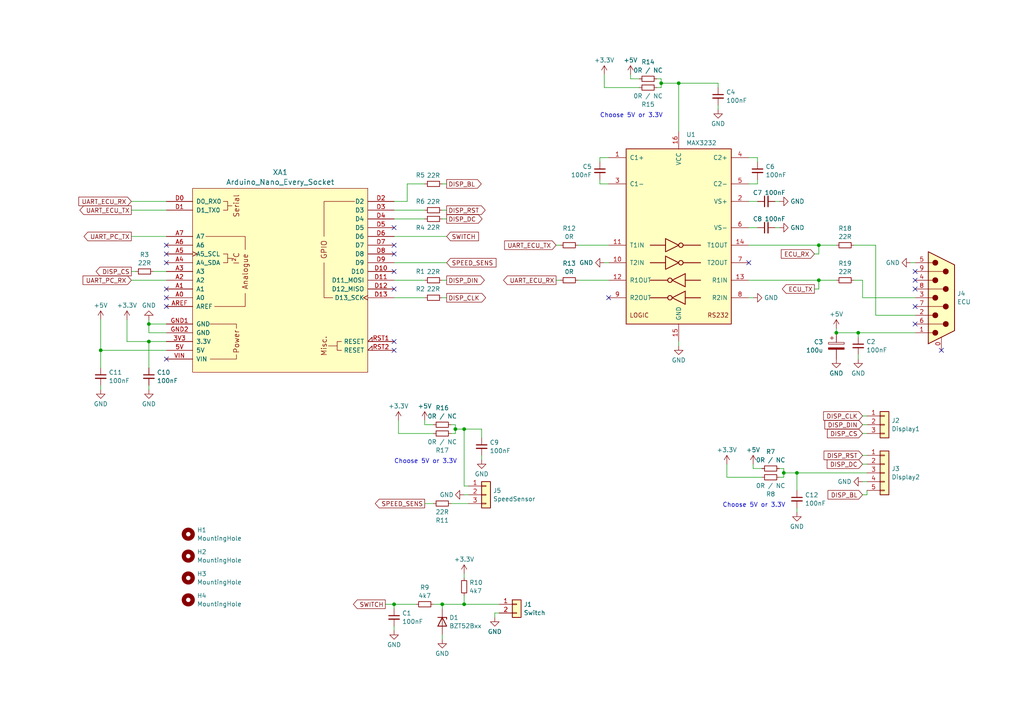
<source format=kicad_sch>
(kicad_sch (version 20230121) (generator eeschema)

  (uuid 6780f1c0-9a73-40a2-8ba0-13c7b9c3b1ed)

  (paper "A4")

  (title_block
    (title "CarDisplay")
    (date "2024-02-16")
    (rev "Batch A")
    (company "GruzaiGarage")
  )

  (lib_symbols
    (symbol "Connector:DE9_Plug_MountingHoles" (pin_names (offset 1.016) hide) (in_bom yes) (on_board yes)
      (property "Reference" "J" (at 0 16.51 0)
        (effects (font (size 1.27 1.27)))
      )
      (property "Value" "DE9_Plug_MountingHoles" (at 0 14.605 0)
        (effects (font (size 1.27 1.27)))
      )
      (property "Footprint" "" (at 0 0 0)
        (effects (font (size 1.27 1.27)) hide)
      )
      (property "Datasheet" " ~" (at 0 0 0)
        (effects (font (size 1.27 1.27)) hide)
      )
      (property "ki_keywords" "connector plug male D-SUB DB9" (at 0 0 0)
        (effects (font (size 1.27 1.27)) hide)
      )
      (property "ki_description" "9-pin male plug pin D-SUB connector, Mounting Hole" (at 0 0 0)
        (effects (font (size 1.27 1.27)) hide)
      )
      (property "ki_fp_filters" "DSUB*Male*" (at 0 0 0)
        (effects (font (size 1.27 1.27)) hide)
      )
      (symbol "DE9_Plug_MountingHoles_0_1"
        (circle (center -1.778 -10.16) (radius 0.762)
          (stroke (width 0) (type default))
          (fill (type outline))
        )
        (circle (center -1.778 -5.08) (radius 0.762)
          (stroke (width 0) (type default))
          (fill (type outline))
        )
        (circle (center -1.778 0) (radius 0.762)
          (stroke (width 0) (type default))
          (fill (type outline))
        )
        (circle (center -1.778 5.08) (radius 0.762)
          (stroke (width 0) (type default))
          (fill (type outline))
        )
        (circle (center -1.778 10.16) (radius 0.762)
          (stroke (width 0) (type default))
          (fill (type outline))
        )
        (polyline
          (pts
            (xy -3.81 -10.16)
            (xy -2.54 -10.16)
          )
          (stroke (width 0) (type default))
          (fill (type none))
        )
        (polyline
          (pts
            (xy -3.81 -7.62)
            (xy 0.508 -7.62)
          )
          (stroke (width 0) (type default))
          (fill (type none))
        )
        (polyline
          (pts
            (xy -3.81 -5.08)
            (xy -2.54 -5.08)
          )
          (stroke (width 0) (type default))
          (fill (type none))
        )
        (polyline
          (pts
            (xy -3.81 -2.54)
            (xy 0.508 -2.54)
          )
          (stroke (width 0) (type default))
          (fill (type none))
        )
        (polyline
          (pts
            (xy -3.81 0)
            (xy -2.54 0)
          )
          (stroke (width 0) (type default))
          (fill (type none))
        )
        (polyline
          (pts
            (xy -3.81 2.54)
            (xy 0.508 2.54)
          )
          (stroke (width 0) (type default))
          (fill (type none))
        )
        (polyline
          (pts
            (xy -3.81 5.08)
            (xy -2.54 5.08)
          )
          (stroke (width 0) (type default))
          (fill (type none))
        )
        (polyline
          (pts
            (xy -3.81 7.62)
            (xy 0.508 7.62)
          )
          (stroke (width 0) (type default))
          (fill (type none))
        )
        (polyline
          (pts
            (xy -3.81 10.16)
            (xy -2.54 10.16)
          )
          (stroke (width 0) (type default))
          (fill (type none))
        )
        (polyline
          (pts
            (xy -3.81 -13.335)
            (xy -3.81 13.335)
            (xy 3.81 9.525)
            (xy 3.81 -9.525)
            (xy -3.81 -13.335)
          )
          (stroke (width 0.254) (type default))
          (fill (type background))
        )
        (circle (center 1.27 -7.62) (radius 0.762)
          (stroke (width 0) (type default))
          (fill (type outline))
        )
        (circle (center 1.27 -2.54) (radius 0.762)
          (stroke (width 0) (type default))
          (fill (type outline))
        )
        (circle (center 1.27 2.54) (radius 0.762)
          (stroke (width 0) (type default))
          (fill (type outline))
        )
        (circle (center 1.27 7.62) (radius 0.762)
          (stroke (width 0) (type default))
          (fill (type outline))
        )
      )
      (symbol "DE9_Plug_MountingHoles_1_1"
        (pin passive line (at 0 -15.24 90) (length 3.81)
          (name "PAD" (effects (font (size 1.27 1.27))))
          (number "0" (effects (font (size 1.27 1.27))))
        )
        (pin passive line (at -7.62 -10.16 0) (length 3.81)
          (name "1" (effects (font (size 1.27 1.27))))
          (number "1" (effects (font (size 1.27 1.27))))
        )
        (pin passive line (at -7.62 -5.08 0) (length 3.81)
          (name "2" (effects (font (size 1.27 1.27))))
          (number "2" (effects (font (size 1.27 1.27))))
        )
        (pin passive line (at -7.62 0 0) (length 3.81)
          (name "3" (effects (font (size 1.27 1.27))))
          (number "3" (effects (font (size 1.27 1.27))))
        )
        (pin passive line (at -7.62 5.08 0) (length 3.81)
          (name "4" (effects (font (size 1.27 1.27))))
          (number "4" (effects (font (size 1.27 1.27))))
        )
        (pin passive line (at -7.62 10.16 0) (length 3.81)
          (name "5" (effects (font (size 1.27 1.27))))
          (number "5" (effects (font (size 1.27 1.27))))
        )
        (pin passive line (at -7.62 -7.62 0) (length 3.81)
          (name "6" (effects (font (size 1.27 1.27))))
          (number "6" (effects (font (size 1.27 1.27))))
        )
        (pin passive line (at -7.62 -2.54 0) (length 3.81)
          (name "7" (effects (font (size 1.27 1.27))))
          (number "7" (effects (font (size 1.27 1.27))))
        )
        (pin passive line (at -7.62 2.54 0) (length 3.81)
          (name "8" (effects (font (size 1.27 1.27))))
          (number "8" (effects (font (size 1.27 1.27))))
        )
        (pin passive line (at -7.62 7.62 0) (length 3.81)
          (name "9" (effects (font (size 1.27 1.27))))
          (number "9" (effects (font (size 1.27 1.27))))
        )
      )
    )
    (symbol "Connector_Generic:Conn_01x02" (pin_names (offset 1.016) hide) (in_bom yes) (on_board yes)
      (property "Reference" "J" (at 0 2.54 0)
        (effects (font (size 1.27 1.27)))
      )
      (property "Value" "Conn_01x02" (at 0 -5.08 0)
        (effects (font (size 1.27 1.27)))
      )
      (property "Footprint" "" (at 0 0 0)
        (effects (font (size 1.27 1.27)) hide)
      )
      (property "Datasheet" "~" (at 0 0 0)
        (effects (font (size 1.27 1.27)) hide)
      )
      (property "ki_keywords" "connector" (at 0 0 0)
        (effects (font (size 1.27 1.27)) hide)
      )
      (property "ki_description" "Generic connector, single row, 01x02, script generated (kicad-library-utils/schlib/autogen/connector/)" (at 0 0 0)
        (effects (font (size 1.27 1.27)) hide)
      )
      (property "ki_fp_filters" "Connector*:*_1x??_*" (at 0 0 0)
        (effects (font (size 1.27 1.27)) hide)
      )
      (symbol "Conn_01x02_1_1"
        (rectangle (start -1.27 -2.413) (end 0 -2.667)
          (stroke (width 0.1524) (type default))
          (fill (type none))
        )
        (rectangle (start -1.27 0.127) (end 0 -0.127)
          (stroke (width 0.1524) (type default))
          (fill (type none))
        )
        (rectangle (start -1.27 1.27) (end 1.27 -3.81)
          (stroke (width 0.254) (type default))
          (fill (type background))
        )
        (pin passive line (at -5.08 0 0) (length 3.81)
          (name "Pin_1" (effects (font (size 1.27 1.27))))
          (number "1" (effects (font (size 1.27 1.27))))
        )
        (pin passive line (at -5.08 -2.54 0) (length 3.81)
          (name "Pin_2" (effects (font (size 1.27 1.27))))
          (number "2" (effects (font (size 1.27 1.27))))
        )
      )
    )
    (symbol "Connector_Generic:Conn_01x03" (pin_names (offset 1.016) hide) (in_bom yes) (on_board yes)
      (property "Reference" "J" (at 0 5.08 0)
        (effects (font (size 1.27 1.27)))
      )
      (property "Value" "Conn_01x03" (at 0 -5.08 0)
        (effects (font (size 1.27 1.27)))
      )
      (property "Footprint" "" (at 0 0 0)
        (effects (font (size 1.27 1.27)) hide)
      )
      (property "Datasheet" "~" (at 0 0 0)
        (effects (font (size 1.27 1.27)) hide)
      )
      (property "ki_keywords" "connector" (at 0 0 0)
        (effects (font (size 1.27 1.27)) hide)
      )
      (property "ki_description" "Generic connector, single row, 01x03, script generated (kicad-library-utils/schlib/autogen/connector/)" (at 0 0 0)
        (effects (font (size 1.27 1.27)) hide)
      )
      (property "ki_fp_filters" "Connector*:*_1x??_*" (at 0 0 0)
        (effects (font (size 1.27 1.27)) hide)
      )
      (symbol "Conn_01x03_1_1"
        (rectangle (start -1.27 -2.413) (end 0 -2.667)
          (stroke (width 0.1524) (type default))
          (fill (type none))
        )
        (rectangle (start -1.27 0.127) (end 0 -0.127)
          (stroke (width 0.1524) (type default))
          (fill (type none))
        )
        (rectangle (start -1.27 2.667) (end 0 2.413)
          (stroke (width 0.1524) (type default))
          (fill (type none))
        )
        (rectangle (start -1.27 3.81) (end 1.27 -3.81)
          (stroke (width 0.254) (type default))
          (fill (type background))
        )
        (pin passive line (at -5.08 2.54 0) (length 3.81)
          (name "Pin_1" (effects (font (size 1.27 1.27))))
          (number "1" (effects (font (size 1.27 1.27))))
        )
        (pin passive line (at -5.08 0 0) (length 3.81)
          (name "Pin_2" (effects (font (size 1.27 1.27))))
          (number "2" (effects (font (size 1.27 1.27))))
        )
        (pin passive line (at -5.08 -2.54 0) (length 3.81)
          (name "Pin_3" (effects (font (size 1.27 1.27))))
          (number "3" (effects (font (size 1.27 1.27))))
        )
      )
    )
    (symbol "Connector_Generic:Conn_01x05" (pin_names (offset 1.016) hide) (in_bom yes) (on_board yes)
      (property "Reference" "J" (at 0 7.62 0)
        (effects (font (size 1.27 1.27)))
      )
      (property "Value" "Conn_01x05" (at 0 -7.62 0)
        (effects (font (size 1.27 1.27)))
      )
      (property "Footprint" "" (at 0 0 0)
        (effects (font (size 1.27 1.27)) hide)
      )
      (property "Datasheet" "~" (at 0 0 0)
        (effects (font (size 1.27 1.27)) hide)
      )
      (property "ki_keywords" "connector" (at 0 0 0)
        (effects (font (size 1.27 1.27)) hide)
      )
      (property "ki_description" "Generic connector, single row, 01x05, script generated (kicad-library-utils/schlib/autogen/connector/)" (at 0 0 0)
        (effects (font (size 1.27 1.27)) hide)
      )
      (property "ki_fp_filters" "Connector*:*_1x??_*" (at 0 0 0)
        (effects (font (size 1.27 1.27)) hide)
      )
      (symbol "Conn_01x05_1_1"
        (rectangle (start -1.27 -4.953) (end 0 -5.207)
          (stroke (width 0.1524) (type default))
          (fill (type none))
        )
        (rectangle (start -1.27 -2.413) (end 0 -2.667)
          (stroke (width 0.1524) (type default))
          (fill (type none))
        )
        (rectangle (start -1.27 0.127) (end 0 -0.127)
          (stroke (width 0.1524) (type default))
          (fill (type none))
        )
        (rectangle (start -1.27 2.667) (end 0 2.413)
          (stroke (width 0.1524) (type default))
          (fill (type none))
        )
        (rectangle (start -1.27 5.207) (end 0 4.953)
          (stroke (width 0.1524) (type default))
          (fill (type none))
        )
        (rectangle (start -1.27 6.35) (end 1.27 -6.35)
          (stroke (width 0.254) (type default))
          (fill (type background))
        )
        (pin passive line (at -5.08 5.08 0) (length 3.81)
          (name "Pin_1" (effects (font (size 1.27 1.27))))
          (number "1" (effects (font (size 1.27 1.27))))
        )
        (pin passive line (at -5.08 2.54 0) (length 3.81)
          (name "Pin_2" (effects (font (size 1.27 1.27))))
          (number "2" (effects (font (size 1.27 1.27))))
        )
        (pin passive line (at -5.08 0 0) (length 3.81)
          (name "Pin_3" (effects (font (size 1.27 1.27))))
          (number "3" (effects (font (size 1.27 1.27))))
        )
        (pin passive line (at -5.08 -2.54 0) (length 3.81)
          (name "Pin_4" (effects (font (size 1.27 1.27))))
          (number "4" (effects (font (size 1.27 1.27))))
        )
        (pin passive line (at -5.08 -5.08 0) (length 3.81)
          (name "Pin_5" (effects (font (size 1.27 1.27))))
          (number "5" (effects (font (size 1.27 1.27))))
        )
      )
    )
    (symbol "Device:C_Polarized" (pin_numbers hide) (pin_names (offset 0.254)) (in_bom yes) (on_board yes)
      (property "Reference" "C" (at 0.635 2.54 0)
        (effects (font (size 1.27 1.27)) (justify left))
      )
      (property "Value" "C_Polarized" (at 0.635 -2.54 0)
        (effects (font (size 1.27 1.27)) (justify left))
      )
      (property "Footprint" "" (at 0.9652 -3.81 0)
        (effects (font (size 1.27 1.27)) hide)
      )
      (property "Datasheet" "~" (at 0 0 0)
        (effects (font (size 1.27 1.27)) hide)
      )
      (property "ki_keywords" "cap capacitor" (at 0 0 0)
        (effects (font (size 1.27 1.27)) hide)
      )
      (property "ki_description" "Polarized capacitor" (at 0 0 0)
        (effects (font (size 1.27 1.27)) hide)
      )
      (property "ki_fp_filters" "CP_*" (at 0 0 0)
        (effects (font (size 1.27 1.27)) hide)
      )
      (symbol "C_Polarized_0_1"
        (rectangle (start -2.286 0.508) (end 2.286 1.016)
          (stroke (width 0) (type default))
          (fill (type none))
        )
        (polyline
          (pts
            (xy -1.778 2.286)
            (xy -0.762 2.286)
          )
          (stroke (width 0) (type default))
          (fill (type none))
        )
        (polyline
          (pts
            (xy -1.27 2.794)
            (xy -1.27 1.778)
          )
          (stroke (width 0) (type default))
          (fill (type none))
        )
        (rectangle (start 2.286 -0.508) (end -2.286 -1.016)
          (stroke (width 0) (type default))
          (fill (type outline))
        )
      )
      (symbol "C_Polarized_1_1"
        (pin passive line (at 0 3.81 270) (length 2.794)
          (name "~" (effects (font (size 1.27 1.27))))
          (number "1" (effects (font (size 1.27 1.27))))
        )
        (pin passive line (at 0 -3.81 90) (length 2.794)
          (name "~" (effects (font (size 1.27 1.27))))
          (number "2" (effects (font (size 1.27 1.27))))
        )
      )
    )
    (symbol "Device:C_Small" (pin_numbers hide) (pin_names (offset 0.254) hide) (in_bom yes) (on_board yes)
      (property "Reference" "C" (at 0.254 1.778 0)
        (effects (font (size 1.27 1.27)) (justify left))
      )
      (property "Value" "C_Small" (at 0.254 -2.032 0)
        (effects (font (size 1.27 1.27)) (justify left))
      )
      (property "Footprint" "" (at 0 0 0)
        (effects (font (size 1.27 1.27)) hide)
      )
      (property "Datasheet" "~" (at 0 0 0)
        (effects (font (size 1.27 1.27)) hide)
      )
      (property "ki_keywords" "capacitor cap" (at 0 0 0)
        (effects (font (size 1.27 1.27)) hide)
      )
      (property "ki_description" "Unpolarized capacitor, small symbol" (at 0 0 0)
        (effects (font (size 1.27 1.27)) hide)
      )
      (property "ki_fp_filters" "C_*" (at 0 0 0)
        (effects (font (size 1.27 1.27)) hide)
      )
      (symbol "C_Small_0_1"
        (polyline
          (pts
            (xy -1.524 -0.508)
            (xy 1.524 -0.508)
          )
          (stroke (width 0.3302) (type default))
          (fill (type none))
        )
        (polyline
          (pts
            (xy -1.524 0.508)
            (xy 1.524 0.508)
          )
          (stroke (width 0.3048) (type default))
          (fill (type none))
        )
      )
      (symbol "C_Small_1_1"
        (pin passive line (at 0 2.54 270) (length 2.032)
          (name "~" (effects (font (size 1.27 1.27))))
          (number "1" (effects (font (size 1.27 1.27))))
        )
        (pin passive line (at 0 -2.54 90) (length 2.032)
          (name "~" (effects (font (size 1.27 1.27))))
          (number "2" (effects (font (size 1.27 1.27))))
        )
      )
    )
    (symbol "Device:R_Small" (pin_numbers hide) (pin_names (offset 0.254) hide) (in_bom yes) (on_board yes)
      (property "Reference" "R" (at 0.762 0.508 0)
        (effects (font (size 1.27 1.27)) (justify left))
      )
      (property "Value" "R_Small" (at 0.762 -1.016 0)
        (effects (font (size 1.27 1.27)) (justify left))
      )
      (property "Footprint" "" (at 0 0 0)
        (effects (font (size 1.27 1.27)) hide)
      )
      (property "Datasheet" "~" (at 0 0 0)
        (effects (font (size 1.27 1.27)) hide)
      )
      (property "ki_keywords" "R resistor" (at 0 0 0)
        (effects (font (size 1.27 1.27)) hide)
      )
      (property "ki_description" "Resistor, small symbol" (at 0 0 0)
        (effects (font (size 1.27 1.27)) hide)
      )
      (property "ki_fp_filters" "R_*" (at 0 0 0)
        (effects (font (size 1.27 1.27)) hide)
      )
      (symbol "R_Small_0_1"
        (rectangle (start -0.762 1.778) (end 0.762 -1.778)
          (stroke (width 0.2032) (type default))
          (fill (type none))
        )
      )
      (symbol "R_Small_1_1"
        (pin passive line (at 0 2.54 270) (length 0.762)
          (name "~" (effects (font (size 1.27 1.27))))
          (number "1" (effects (font (size 1.27 1.27))))
        )
        (pin passive line (at 0 -2.54 90) (length 0.762)
          (name "~" (effects (font (size 1.27 1.27))))
          (number "2" (effects (font (size 1.27 1.27))))
        )
      )
    )
    (symbol "Diode:BZT52Bxx" (pin_numbers hide) (pin_names hide) (in_bom yes) (on_board yes)
      (property "Reference" "D" (at 0 2.54 0)
        (effects (font (size 1.27 1.27)))
      )
      (property "Value" "BZT52Bxx" (at 0 -2.54 0)
        (effects (font (size 1.27 1.27)))
      )
      (property "Footprint" "Diode_SMD:D_SOD-123F" (at 0 -4.445 0)
        (effects (font (size 1.27 1.27)) hide)
      )
      (property "Datasheet" "https://diotec.com/tl_files/diotec/files/pdf/datasheets/bzt52b2v4.pdf" (at 0 0 0)
        (effects (font (size 1.27 1.27)) hide)
      )
      (property "ki_keywords" "zener diode" (at 0 0 0)
        (effects (font (size 1.27 1.27)) hide)
      )
      (property "ki_description" "500mW Zener Diode, SOD-123F" (at 0 0 0)
        (effects (font (size 1.27 1.27)) hide)
      )
      (property "ki_fp_filters" "D?SOD?123F*" (at 0 0 0)
        (effects (font (size 1.27 1.27)) hide)
      )
      (symbol "BZT52Bxx_0_1"
        (polyline
          (pts
            (xy 1.27 0)
            (xy -1.27 0)
          )
          (stroke (width 0) (type default))
          (fill (type none))
        )
        (polyline
          (pts
            (xy -1.27 -1.27)
            (xy -1.27 1.27)
            (xy -0.762 1.27)
          )
          (stroke (width 0.254) (type default))
          (fill (type none))
        )
        (polyline
          (pts
            (xy 1.27 -1.27)
            (xy 1.27 1.27)
            (xy -1.27 0)
            (xy 1.27 -1.27)
          )
          (stroke (width 0.254) (type default))
          (fill (type none))
        )
      )
      (symbol "BZT52Bxx_1_1"
        (pin passive line (at -3.81 0 0) (length 2.54)
          (name "K" (effects (font (size 1.27 1.27))))
          (number "1" (effects (font (size 1.27 1.27))))
        )
        (pin passive line (at 3.81 0 180) (length 2.54)
          (name "A" (effects (font (size 1.27 1.27))))
          (number "2" (effects (font (size 1.27 1.27))))
        )
      )
    )
    (symbol "Interface_UART:MAX3232" (pin_names (offset 1.016)) (in_bom yes) (on_board yes)
      (property "Reference" "U" (at -2.54 28.575 0)
        (effects (font (size 1.27 1.27)) (justify right))
      )
      (property "Value" "MAX3232" (at -2.54 26.67 0)
        (effects (font (size 1.27 1.27)) (justify right))
      )
      (property "Footprint" "" (at 1.27 -26.67 0)
        (effects (font (size 1.27 1.27)) (justify left) hide)
      )
      (property "Datasheet" "https://datasheets.maximintegrated.com/en/ds/MAX3222-MAX3241.pdf" (at 0 2.54 0)
        (effects (font (size 1.27 1.27)) hide)
      )
      (property "ki_keywords" "rs232 uart transceiver line-driver" (at 0 0 0)
        (effects (font (size 1.27 1.27)) hide)
      )
      (property "ki_description" "3.0V to 5.5V, Low-Power, up to 1Mbps, True RS-232 Transceivers Using Four 0.1μF External Capacitors" (at 0 0 0)
        (effects (font (size 1.27 1.27)) hide)
      )
      (property "ki_fp_filters" "SOIC*P1.27mm* DIP*W7.62mm* TSSOP*4.4x5mm*P0.65mm*" (at 0 0 0)
        (effects (font (size 1.27 1.27)) hide)
      )
      (symbol "MAX3232_0_0"
        (text "LOGIC" (at -11.43 -22.86 0)
          (effects (font (size 1.27 1.27)))
        )
        (text "RS232" (at 11.43 -22.86 0)
          (effects (font (size 1.27 1.27)))
        )
      )
      (symbol "MAX3232_0_1"
        (rectangle (start -15.24 -25.4) (end 15.24 25.4)
          (stroke (width 0.254) (type default))
          (fill (type background))
        )
        (circle (center -2.54 -17.78) (radius 0.635)
          (stroke (width 0.254) (type default))
          (fill (type none))
        )
        (circle (center -2.54 -12.7) (radius 0.635)
          (stroke (width 0.254) (type default))
          (fill (type none))
        )
        (polyline
          (pts
            (xy -3.81 -7.62)
            (xy -8.255 -7.62)
          )
          (stroke (width 0.254) (type default))
          (fill (type none))
        )
        (polyline
          (pts
            (xy -3.81 -2.54)
            (xy -8.255 -2.54)
          )
          (stroke (width 0.254) (type default))
          (fill (type none))
        )
        (polyline
          (pts
            (xy -3.175 -17.78)
            (xy -8.255 -17.78)
          )
          (stroke (width 0.254) (type default))
          (fill (type none))
        )
        (polyline
          (pts
            (xy -3.175 -12.7)
            (xy -8.255 -12.7)
          )
          (stroke (width 0.254) (type default))
          (fill (type none))
        )
        (polyline
          (pts
            (xy 1.27 -7.62)
            (xy 6.35 -7.62)
          )
          (stroke (width 0.254) (type default))
          (fill (type none))
        )
        (polyline
          (pts
            (xy 1.27 -2.54)
            (xy 6.35 -2.54)
          )
          (stroke (width 0.254) (type default))
          (fill (type none))
        )
        (polyline
          (pts
            (xy 1.905 -17.78)
            (xy 6.35 -17.78)
          )
          (stroke (width 0.254) (type default))
          (fill (type none))
        )
        (polyline
          (pts
            (xy 1.905 -12.7)
            (xy 6.35 -12.7)
          )
          (stroke (width 0.254) (type default))
          (fill (type none))
        )
        (polyline
          (pts
            (xy -3.81 -5.715)
            (xy -3.81 -9.525)
            (xy 0 -7.62)
            (xy -3.81 -5.715)
          )
          (stroke (width 0.254) (type default))
          (fill (type none))
        )
        (polyline
          (pts
            (xy -3.81 -0.635)
            (xy -3.81 -4.445)
            (xy 0 -2.54)
            (xy -3.81 -0.635)
          )
          (stroke (width 0.254) (type default))
          (fill (type none))
        )
        (polyline
          (pts
            (xy 1.905 -15.875)
            (xy 1.905 -19.685)
            (xy -1.905 -17.78)
            (xy 1.905 -15.875)
          )
          (stroke (width 0.254) (type default))
          (fill (type none))
        )
        (polyline
          (pts
            (xy 1.905 -10.795)
            (xy 1.905 -14.605)
            (xy -1.905 -12.7)
            (xy 1.905 -10.795)
          )
          (stroke (width 0.254) (type default))
          (fill (type none))
        )
        (circle (center 0.635 -7.62) (radius 0.635)
          (stroke (width 0.254) (type default))
          (fill (type none))
        )
        (circle (center 0.635 -2.54) (radius 0.635)
          (stroke (width 0.254) (type default))
          (fill (type none))
        )
      )
      (symbol "MAX3232_1_1"
        (pin passive line (at -20.32 22.86 0) (length 5.08)
          (name "C1+" (effects (font (size 1.27 1.27))))
          (number "1" (effects (font (size 1.27 1.27))))
        )
        (pin input line (at -20.32 -7.62 0) (length 5.08)
          (name "T2IN" (effects (font (size 1.27 1.27))))
          (number "10" (effects (font (size 1.27 1.27))))
        )
        (pin input line (at -20.32 -2.54 0) (length 5.08)
          (name "T1IN" (effects (font (size 1.27 1.27))))
          (number "11" (effects (font (size 1.27 1.27))))
        )
        (pin output line (at -20.32 -12.7 0) (length 5.08)
          (name "R1OUT" (effects (font (size 1.27 1.27))))
          (number "12" (effects (font (size 1.27 1.27))))
        )
        (pin input line (at 20.32 -12.7 180) (length 5.08)
          (name "R1IN" (effects (font (size 1.27 1.27))))
          (number "13" (effects (font (size 1.27 1.27))))
        )
        (pin output line (at 20.32 -2.54 180) (length 5.08)
          (name "T1OUT" (effects (font (size 1.27 1.27))))
          (number "14" (effects (font (size 1.27 1.27))))
        )
        (pin power_in line (at 0 -30.48 90) (length 5.08)
          (name "GND" (effects (font (size 1.27 1.27))))
          (number "15" (effects (font (size 1.27 1.27))))
        )
        (pin power_in line (at 0 30.48 270) (length 5.08)
          (name "VCC" (effects (font (size 1.27 1.27))))
          (number "16" (effects (font (size 1.27 1.27))))
        )
        (pin power_out line (at 20.32 10.16 180) (length 5.08)
          (name "VS+" (effects (font (size 1.27 1.27))))
          (number "2" (effects (font (size 1.27 1.27))))
        )
        (pin passive line (at -20.32 15.24 0) (length 5.08)
          (name "C1-" (effects (font (size 1.27 1.27))))
          (number "3" (effects (font (size 1.27 1.27))))
        )
        (pin passive line (at 20.32 22.86 180) (length 5.08)
          (name "C2+" (effects (font (size 1.27 1.27))))
          (number "4" (effects (font (size 1.27 1.27))))
        )
        (pin passive line (at 20.32 15.24 180) (length 5.08)
          (name "C2-" (effects (font (size 1.27 1.27))))
          (number "5" (effects (font (size 1.27 1.27))))
        )
        (pin power_out line (at 20.32 2.54 180) (length 5.08)
          (name "VS-" (effects (font (size 1.27 1.27))))
          (number "6" (effects (font (size 1.27 1.27))))
        )
        (pin output line (at 20.32 -7.62 180) (length 5.08)
          (name "T2OUT" (effects (font (size 1.27 1.27))))
          (number "7" (effects (font (size 1.27 1.27))))
        )
        (pin input line (at 20.32 -17.78 180) (length 5.08)
          (name "R2IN" (effects (font (size 1.27 1.27))))
          (number "8" (effects (font (size 1.27 1.27))))
        )
        (pin output line (at -20.32 -17.78 0) (length 5.08)
          (name "R2OUT" (effects (font (size 1.27 1.27))))
          (number "9" (effects (font (size 1.27 1.27))))
        )
      )
    )
    (symbol "Mechanical:MountingHole" (pin_names (offset 1.016)) (in_bom yes) (on_board yes)
      (property "Reference" "H" (at 0 5.08 0)
        (effects (font (size 1.27 1.27)))
      )
      (property "Value" "MountingHole" (at 0 3.175 0)
        (effects (font (size 1.27 1.27)))
      )
      (property "Footprint" "" (at 0 0 0)
        (effects (font (size 1.27 1.27)) hide)
      )
      (property "Datasheet" "~" (at 0 0 0)
        (effects (font (size 1.27 1.27)) hide)
      )
      (property "ki_keywords" "mounting hole" (at 0 0 0)
        (effects (font (size 1.27 1.27)) hide)
      )
      (property "ki_description" "Mounting Hole without connection" (at 0 0 0)
        (effects (font (size 1.27 1.27)) hide)
      )
      (property "ki_fp_filters" "MountingHole*" (at 0 0 0)
        (effects (font (size 1.27 1.27)) hide)
      )
      (symbol "MountingHole_0_1"
        (circle (center 0 0) (radius 1.27)
          (stroke (width 1.27) (type default))
          (fill (type none))
        )
      )
    )
    (symbol "_ArduinoBoards:Arduino_Nano_Every_Socket" (pin_names (offset 1.016)) (in_bom yes) (on_board yes)
      (property "Reference" "XA" (at 2.54 0 90)
        (effects (font (size 1.524 1.524)))
      )
      (property "Value" "Arduino_Nano_Every_Socket" (at -2.54 0 90)
        (effects (font (size 1.524 1.524)))
      )
      (property "Footprint" "Arduino_Library:Arduino_Nano_Every_Socket" (at 45.72 95.25 0)
        (effects (font (size 1.524 1.524)) hide)
      )
      (property "Datasheet" "https://docs.arduino.cc/hardware/nano-every" (at 45.72 95.25 0)
        (effects (font (size 1.524 1.524)) hide)
      )
      (property "ki_keywords" "Arduino MPU Shield" (at 0 0 0)
        (effects (font (size 1.27 1.27)) hide)
      )
      (property "ki_description" "Socket for Arduino Nano Every" (at 0 0 0)
        (effects (font (size 1.27 1.27)) hide)
      )
      (property "ki_fp_filters" "Arduino_Nano_Every_Socket" (at 0 0 0)
        (effects (font (size 1.27 1.27)) hide)
      )
      (symbol "Arduino_Nano_Every_Socket_0_0"
        (rectangle (start -25.4 26.67) (end 25.4 -26.67)
          (stroke (width 0) (type default))
          (fill (type background))
        )
        (polyline
          (pts
            (xy -15.24 6.35)
            (xy -13.97 6.35)
          )
          (stroke (width 0) (type default))
          (fill (type none))
        )
        (polyline
          (pts
            (xy -15.24 21.59)
            (xy -13.97 21.59)
          )
          (stroke (width 0) (type default))
          (fill (type none))
        )
        (polyline
          (pts
            (xy 16.51 -19.05)
            (xy 13.97 -19.05)
          )
          (stroke (width 0) (type default))
          (fill (type none))
        )
        (polyline
          (pts
            (xy -20.32 -22.86)
            (xy -12.7 -22.86)
            (xy -12.7 -21.59)
          )
          (stroke (width 0) (type default))
          (fill (type none))
        )
        (polyline
          (pts
            (xy -12.7 -13.97)
            (xy -12.7 -12.7)
            (xy -20.32 -12.7)
          )
          (stroke (width 0) (type default))
          (fill (type none))
        )
        (polyline
          (pts
            (xy -16.51 7.62)
            (xy -15.24 7.62)
            (xy -15.24 5.08)
            (xy -16.51 5.08)
          )
          (stroke (width 0) (type default))
          (fill (type none))
        )
        (polyline
          (pts
            (xy -16.51 22.86)
            (xy -15.24 22.86)
            (xy -15.24 20.32)
            (xy -16.51 20.32)
          )
          (stroke (width 0) (type default))
          (fill (type none))
        )
        (text "Analogue" (at -10.16 2.54 900)
          (effects (font (size 1.524 1.524)))
        )
        (text "I²C" (at -12.7 6.35 900)
          (effects (font (size 1.524 1.524)))
        )
        (text "Misc." (at 12.7 -19.05 900)
          (effects (font (size 1.524 1.524)))
        )
        (text "Power" (at -12.7 -17.78 900)
          (effects (font (size 1.524 1.524)))
        )
        (text "Serial" (at -12.7 21.59 900)
          (effects (font (size 1.524 1.524)))
        )
      )
      (symbol "Arduino_Nano_Every_Socket_0_1"
        (polyline
          (pts
            (xy -21.59 12.7)
            (xy -10.16 12.7)
            (xy -10.16 8.89)
          )
          (stroke (width 0) (type default))
          (fill (type none))
        )
        (polyline
          (pts
            (xy -19.05 -7.62)
            (xy -10.16 -7.62)
            (xy -10.16 -3.81)
          )
          (stroke (width 0) (type default))
          (fill (type none))
        )
        (polyline
          (pts
            (xy 15.24 -5.08)
            (xy 12.7 -5.08)
            (xy 12.7 5.08)
          )
          (stroke (width 0) (type default))
          (fill (type none))
        )
        (polyline
          (pts
            (xy 21.59 22.86)
            (xy 12.7 22.86)
            (xy 12.7 12.7)
          )
          (stroke (width 0) (type default))
          (fill (type none))
        )
        (polyline
          (pts
            (xy 17.78 -17.78)
            (xy 16.51 -17.78)
            (xy 16.51 -20.32)
            (xy 17.78 -20.32)
          )
          (stroke (width 0) (type default))
          (fill (type none))
        )
      )
      (symbol "Arduino_Nano_Every_Socket_1_0"
        (text "GPIO" (at 12.7 8.89 900)
          (effects (font (size 1.524 1.524)))
        )
      )
      (symbol "Arduino_Nano_Every_Socket_1_1"
        (pin power_out line (at -33.02 -17.78 0) (length 7.62)
          (name "3.3V" (effects (font (size 1.27 1.27))))
          (number "3V3" (effects (font (size 1.27 1.27))))
        )
        (pin power_in line (at -33.02 -20.32 0) (length 7.62)
          (name "5V" (effects (font (size 1.27 1.27))))
          (number "5V" (effects (font (size 1.27 1.27))))
        )
        (pin bidirectional line (at -33.02 -5.08 0) (length 7.62)
          (name "A0" (effects (font (size 1.27 1.27))))
          (number "A0" (effects (font (size 1.27 1.27))))
        )
        (pin bidirectional line (at -33.02 -2.54 0) (length 7.62)
          (name "A1" (effects (font (size 1.27 1.27))))
          (number "A1" (effects (font (size 1.27 1.27))))
        )
        (pin bidirectional line (at -33.02 0 0) (length 7.62)
          (name "A2" (effects (font (size 1.27 1.27))))
          (number "A2" (effects (font (size 1.27 1.27))))
        )
        (pin bidirectional line (at -33.02 2.54 0) (length 7.62)
          (name "A3" (effects (font (size 1.27 1.27))))
          (number "A3" (effects (font (size 1.27 1.27))))
        )
        (pin bidirectional line (at -33.02 5.08 0) (length 7.62)
          (name "A4_SDA" (effects (font (size 1.27 1.27))))
          (number "A4" (effects (font (size 1.27 1.27))))
        )
        (pin bidirectional clock (at -33.02 7.62 0) (length 7.62)
          (name "A5_SCL" (effects (font (size 1.27 1.27))))
          (number "A5" (effects (font (size 1.27 1.27))))
        )
        (pin input line (at -33.02 10.16 0) (length 7.62)
          (name "A6" (effects (font (size 1.27 1.27))))
          (number "A6" (effects (font (size 1.27 1.27))))
        )
        (pin input line (at -33.02 12.7 0) (length 7.62)
          (name "A7" (effects (font (size 1.27 1.27))))
          (number "A7" (effects (font (size 1.27 1.27))))
        )
        (pin input line (at -33.02 -7.62 0) (length 7.62)
          (name "AREF" (effects (font (size 1.27 1.27))))
          (number "AREF" (effects (font (size 1.27 1.27))))
        )
        (pin bidirectional line (at -33.02 22.86 0) (length 7.62)
          (name "D0_RX0" (effects (font (size 1.27 1.27))))
          (number "D0" (effects (font (size 1.27 1.27))))
        )
        (pin bidirectional line (at -33.02 20.32 0) (length 7.62)
          (name "D1_TX0" (effects (font (size 1.27 1.27))))
          (number "D1" (effects (font (size 1.27 1.27))))
        )
        (pin bidirectional line (at 33.02 2.54 180) (length 7.62)
          (name "D10" (effects (font (size 1.27 1.27))))
          (number "D10" (effects (font (size 1.27 1.27))))
        )
        (pin bidirectional line (at 33.02 0 180) (length 7.62)
          (name "D11_MOSI" (effects (font (size 1.27 1.27))))
          (number "D11" (effects (font (size 1.27 1.27))))
        )
        (pin bidirectional line (at 33.02 -2.54 180) (length 7.62)
          (name "D12_MISO" (effects (font (size 1.27 1.27))))
          (number "D12" (effects (font (size 1.27 1.27))))
        )
        (pin bidirectional clock (at 33.02 -5.08 180) (length 7.62)
          (name "D13_SCK" (effects (font (size 1.27 1.27))))
          (number "D13" (effects (font (size 1.27 1.27))))
        )
        (pin bidirectional line (at 33.02 22.86 180) (length 7.62)
          (name "D2" (effects (font (size 1.27 1.27))))
          (number "D2" (effects (font (size 1.27 1.27))))
        )
        (pin bidirectional line (at 33.02 20.32 180) (length 7.62)
          (name "D3" (effects (font (size 1.27 1.27))))
          (number "D3" (effects (font (size 1.27 1.27))))
        )
        (pin bidirectional line (at 33.02 17.78 180) (length 7.62)
          (name "D4" (effects (font (size 1.27 1.27))))
          (number "D4" (effects (font (size 1.27 1.27))))
        )
        (pin bidirectional line (at 33.02 15.24 180) (length 7.62)
          (name "D5" (effects (font (size 1.27 1.27))))
          (number "D5" (effects (font (size 1.27 1.27))))
        )
        (pin bidirectional line (at 33.02 12.7 180) (length 7.62)
          (name "D6" (effects (font (size 1.27 1.27))))
          (number "D6" (effects (font (size 1.27 1.27))))
        )
        (pin bidirectional line (at 33.02 10.16 180) (length 7.62)
          (name "D7" (effects (font (size 1.27 1.27))))
          (number "D7" (effects (font (size 1.27 1.27))))
        )
        (pin bidirectional line (at 33.02 7.62 180) (length 7.62)
          (name "D8" (effects (font (size 1.27 1.27))))
          (number "D8" (effects (font (size 1.27 1.27))))
        )
        (pin bidirectional line (at 33.02 5.08 180) (length 7.62)
          (name "D9" (effects (font (size 1.27 1.27))))
          (number "D9" (effects (font (size 1.27 1.27))))
        )
        (pin power_in line (at -33.02 -12.7 0) (length 7.62)
          (name "GND" (effects (font (size 1.27 1.27))))
          (number "GND1" (effects (font (size 1.27 1.27))))
        )
        (pin power_in line (at -33.02 -15.24 0) (length 7.62)
          (name "GND" (effects (font (size 1.27 1.27))))
          (number "GND2" (effects (font (size 1.27 1.27))))
        )
        (pin open_collector input_low (at 33.02 -17.78 180) (length 7.62)
          (name "RESET" (effects (font (size 1.27 1.27))))
          (number "RST1" (effects (font (size 1.27 1.27))))
        )
        (pin open_collector input_low (at 33.02 -20.32 180) (length 7.62)
          (name "RESET" (effects (font (size 1.27 1.27))))
          (number "RST2" (effects (font (size 1.27 1.27))))
        )
        (pin power_in line (at -33.02 -22.86 0) (length 7.62)
          (name "VIN" (effects (font (size 1.27 1.27))))
          (number "VIN" (effects (font (size 1.27 1.27))))
        )
      )
    )
    (symbol "power:+3.3V" (power) (pin_names (offset 0)) (in_bom yes) (on_board yes)
      (property "Reference" "#PWR" (at 0 -3.81 0)
        (effects (font (size 1.27 1.27)) hide)
      )
      (property "Value" "+3.3V" (at 0 3.556 0)
        (effects (font (size 1.27 1.27)))
      )
      (property "Footprint" "" (at 0 0 0)
        (effects (font (size 1.27 1.27)) hide)
      )
      (property "Datasheet" "" (at 0 0 0)
        (effects (font (size 1.27 1.27)) hide)
      )
      (property "ki_keywords" "global power" (at 0 0 0)
        (effects (font (size 1.27 1.27)) hide)
      )
      (property "ki_description" "Power symbol creates a global label with name \"+3.3V\"" (at 0 0 0)
        (effects (font (size 1.27 1.27)) hide)
      )
      (symbol "+3.3V_0_1"
        (polyline
          (pts
            (xy -0.762 1.27)
            (xy 0 2.54)
          )
          (stroke (width 0) (type default))
          (fill (type none))
        )
        (polyline
          (pts
            (xy 0 0)
            (xy 0 2.54)
          )
          (stroke (width 0) (type default))
          (fill (type none))
        )
        (polyline
          (pts
            (xy 0 2.54)
            (xy 0.762 1.27)
          )
          (stroke (width 0) (type default))
          (fill (type none))
        )
      )
      (symbol "+3.3V_1_1"
        (pin power_in line (at 0 0 90) (length 0) hide
          (name "+3.3V" (effects (font (size 1.27 1.27))))
          (number "1" (effects (font (size 1.27 1.27))))
        )
      )
    )
    (symbol "power:+5V" (power) (pin_names (offset 0)) (in_bom yes) (on_board yes)
      (property "Reference" "#PWR" (at 0 -3.81 0)
        (effects (font (size 1.27 1.27)) hide)
      )
      (property "Value" "+5V" (at 0 3.556 0)
        (effects (font (size 1.27 1.27)))
      )
      (property "Footprint" "" (at 0 0 0)
        (effects (font (size 1.27 1.27)) hide)
      )
      (property "Datasheet" "" (at 0 0 0)
        (effects (font (size 1.27 1.27)) hide)
      )
      (property "ki_keywords" "global power" (at 0 0 0)
        (effects (font (size 1.27 1.27)) hide)
      )
      (property "ki_description" "Power symbol creates a global label with name \"+5V\"" (at 0 0 0)
        (effects (font (size 1.27 1.27)) hide)
      )
      (symbol "+5V_0_1"
        (polyline
          (pts
            (xy -0.762 1.27)
            (xy 0 2.54)
          )
          (stroke (width 0) (type default))
          (fill (type none))
        )
        (polyline
          (pts
            (xy 0 0)
            (xy 0 2.54)
          )
          (stroke (width 0) (type default))
          (fill (type none))
        )
        (polyline
          (pts
            (xy 0 2.54)
            (xy 0.762 1.27)
          )
          (stroke (width 0) (type default))
          (fill (type none))
        )
      )
      (symbol "+5V_1_1"
        (pin power_in line (at 0 0 90) (length 0) hide
          (name "+5V" (effects (font (size 1.27 1.27))))
          (number "1" (effects (font (size 1.27 1.27))))
        )
      )
    )
    (symbol "power:GND" (power) (pin_names (offset 0)) (in_bom yes) (on_board yes)
      (property "Reference" "#PWR" (at 0 -6.35 0)
        (effects (font (size 1.27 1.27)) hide)
      )
      (property "Value" "GND" (at 0 -3.81 0)
        (effects (font (size 1.27 1.27)))
      )
      (property "Footprint" "" (at 0 0 0)
        (effects (font (size 1.27 1.27)) hide)
      )
      (property "Datasheet" "" (at 0 0 0)
        (effects (font (size 1.27 1.27)) hide)
      )
      (property "ki_keywords" "global power" (at 0 0 0)
        (effects (font (size 1.27 1.27)) hide)
      )
      (property "ki_description" "Power symbol creates a global label with name \"GND\" , ground" (at 0 0 0)
        (effects (font (size 1.27 1.27)) hide)
      )
      (symbol "GND_0_1"
        (polyline
          (pts
            (xy 0 0)
            (xy 0 -1.27)
            (xy 1.27 -1.27)
            (xy 0 -2.54)
            (xy -1.27 -1.27)
            (xy 0 -1.27)
          )
          (stroke (width 0) (type default))
          (fill (type none))
        )
      )
      (symbol "GND_1_1"
        (pin power_in line (at 0 0 270) (length 0) hide
          (name "GND" (effects (font (size 1.27 1.27))))
          (number "1" (effects (font (size 1.27 1.27))))
        )
      )
    )
  )

  (junction (at 29.21 101.6) (diameter 0) (color 0 0 0 0)
    (uuid 0cabf874-5ff4-4e61-97af-0a5648f9d8d9)
  )
  (junction (at 227.33 137.16) (diameter 0) (color 0 0 0 0)
    (uuid 147bb2b1-c2b0-44cf-b37c-3eea82bd4461)
  )
  (junction (at 237.49 81.28) (diameter 0) (color 0 0 0 0)
    (uuid 167b5fbd-2a0c-4d8f-8ec3-94cf22ee40d1)
  )
  (junction (at 128.27 175.26) (diameter 0) (color 0 0 0 0)
    (uuid 2d45a5c6-545e-4635-be8c-eaead5f5d50a)
  )
  (junction (at 43.18 93.98) (diameter 0) (color 0 0 0 0)
    (uuid 392b8d84-d60b-4c02-8baf-61c981506dd8)
  )
  (junction (at 242.57 96.52) (diameter 0) (color 0 0 0 0)
    (uuid 3bb64d7b-7f58-4887-a483-cdace3c0ffb7)
  )
  (junction (at 191.77 24.13) (diameter 0) (color 0 0 0 0)
    (uuid 48a4f5cb-d58b-4cbb-a7ee-4aa2e983825c)
  )
  (junction (at 237.49 71.12) (diameter 0) (color 0 0 0 0)
    (uuid 5fd8ff49-54ff-4797-b6d9-e42f6169b960)
  )
  (junction (at 43.18 99.06) (diameter 0) (color 0 0 0 0)
    (uuid 854f6bbf-358e-413c-aa49-f4c40f386c83)
  )
  (junction (at 134.62 124.46) (diameter 0) (color 0 0 0 0)
    (uuid a5dbb341-16db-4cba-93d3-b0b63c021071)
  )
  (junction (at 114.3 175.26) (diameter 0) (color 0 0 0 0)
    (uuid bcf288e0-0cbd-4153-9163-644289e5e34e)
  )
  (junction (at 231.14 137.16) (diameter 0) (color 0 0 0 0)
    (uuid cbac488f-abba-41ac-a268-ca890bc28804)
  )
  (junction (at 134.62 175.26) (diameter 0) (color 0 0 0 0)
    (uuid d2f4f00f-40c0-49ef-94af-4047d6977618)
  )
  (junction (at 248.92 96.52) (diameter 0) (color 0 0 0 0)
    (uuid dd3fe87a-4944-4383-8d20-f07fbd306916)
  )
  (junction (at 132.08 124.46) (diameter 0) (color 0 0 0 0)
    (uuid e8bcad08-f440-4260-beff-1612e130e493)
  )
  (junction (at 196.85 24.13) (diameter 0) (color 0 0 0 0)
    (uuid f3ae247d-14fe-46df-9e0b-e8c6d7da2566)
  )

  (no_connect (at 48.26 104.14) (uuid 138e4460-190e-4862-8646-fffed127e9e4))
  (no_connect (at 176.53 86.36) (uuid 151d0a33-6750-424f-8f48-5f3ed6226b9c))
  (no_connect (at 114.3 99.06) (uuid 1a676114-2209-495b-9ba6-047ee31e2cb5))
  (no_connect (at 265.43 93.98) (uuid 25c94aba-913f-4336-9d94-1c60a90436f9))
  (no_connect (at 48.26 73.66) (uuid 27b59ff1-8f37-41e7-a738-13017c3c8c7b))
  (no_connect (at 114.3 71.12) (uuid 316fbed8-e30a-446c-ae3d-fdf91f994a98))
  (no_connect (at 48.26 71.12) (uuid 3a896382-7e11-4d74-8457-668b7cbb7f73))
  (no_connect (at 48.26 86.36) (uuid 3cb5ad52-0f52-4cb9-8916-2103042fa3d1))
  (no_connect (at 265.43 88.9) (uuid 43227fef-5e2c-47e1-9d0a-065ce132cfa5))
  (no_connect (at 114.3 101.6) (uuid 469d2855-a1cf-4f12-ba58-bdb05f04e0e7))
  (no_connect (at 114.3 73.66) (uuid 65831cb5-cc06-400f-bbff-b6ca7d6e788a))
  (no_connect (at 48.26 88.9) (uuid 6fd23d82-eb91-41bc-a431-4b6d087cac8e))
  (no_connect (at 114.3 78.74) (uuid 788489c6-ac92-4709-8cc0-cfd9998539af))
  (no_connect (at 265.43 81.28) (uuid 85ed0b9e-3857-4674-a639-93e27d0f2183))
  (no_connect (at 217.17 76.2) (uuid 8d3ffdf7-e932-4a16-b7a2-445f229f4501))
  (no_connect (at 265.43 78.74) (uuid 96138c30-682a-429d-9b5a-12fa45fbe8d8))
  (no_connect (at 273.05 101.6) (uuid 967c91a5-d891-4346-8f97-c2aad5e1ddef))
  (no_connect (at 48.26 76.2) (uuid d49b7a56-309b-4a42-8182-a16d49027e64))
  (no_connect (at 114.3 66.04) (uuid df964e41-dba0-41b7-96ac-5385f29fd3f2))
  (no_connect (at 48.26 83.82) (uuid e477c290-2b4b-4f43-9ba5-038c39575fd0))
  (no_connect (at 265.43 83.82) (uuid f0e59e25-bac5-4dff-8eb3-71dd14b91323))
  (no_connect (at 114.3 83.82) (uuid f9477955-feab-46a0-9e7a-caadb452fca2))

  (wire (pts (xy 175.26 21.59) (xy 175.26 25.4))
    (stroke (width 0) (type default))
    (uuid 018d7da4-64c3-4107-9fc0-8f3e739f4027)
  )
  (wire (pts (xy 236.22 73.66) (xy 237.49 73.66))
    (stroke (width 0) (type default))
    (uuid 027b38bd-9b5d-4aa1-9bed-ddc03c90ef9f)
  )
  (wire (pts (xy 250.19 125.73) (xy 251.46 125.73))
    (stroke (width 0) (type default))
    (uuid 03d571e6-06e9-4f26-a6b8-965e76b3759b)
  )
  (wire (pts (xy 237.49 81.28) (xy 242.57 81.28))
    (stroke (width 0) (type default))
    (uuid 04346ee1-7f49-4d1c-9bb3-ed72080b0add)
  )
  (wire (pts (xy 218.44 135.89) (xy 220.98 135.89))
    (stroke (width 0) (type default))
    (uuid 04e9d5f5-193e-4e77-8d28-3bdfe41aeb34)
  )
  (wire (pts (xy 128.27 86.36) (xy 129.54 86.36))
    (stroke (width 0) (type default))
    (uuid 091d70d3-96f1-4275-954b-15ca0416f748)
  )
  (wire (pts (xy 217.17 66.04) (xy 219.71 66.04))
    (stroke (width 0) (type default))
    (uuid 09cec2e8-b531-4db6-b67c-7c9c786544ad)
  )
  (wire (pts (xy 250.19 86.36) (xy 250.19 81.28))
    (stroke (width 0) (type default))
    (uuid 09e2b8b2-5735-46fa-8f93-bd76ab9cd2c0)
  )
  (wire (pts (xy 132.08 124.46) (xy 134.62 124.46))
    (stroke (width 0) (type default))
    (uuid 0a321c1e-ec24-43e3-bd37-d1a7e9045366)
  )
  (wire (pts (xy 111.76 175.26) (xy 114.3 175.26))
    (stroke (width 0) (type default))
    (uuid 0afb5ead-3eed-40bf-9141-5c9efd338ef8)
  )
  (wire (pts (xy 190.5 25.4) (xy 191.77 25.4))
    (stroke (width 0) (type default))
    (uuid 0b35ecd8-238a-4235-ac04-5786c38d2dd7)
  )
  (wire (pts (xy 217.17 58.42) (xy 219.71 58.42))
    (stroke (width 0) (type default))
    (uuid 0b9f7dcb-812f-4a95-a63d-67ca7236f812)
  )
  (wire (pts (xy 175.26 76.2) (xy 176.53 76.2))
    (stroke (width 0) (type default))
    (uuid 0bc4e0f7-c8e3-4f95-8d4c-9e218641a493)
  )
  (wire (pts (xy 114.3 60.96) (xy 123.19 60.96))
    (stroke (width 0) (type default))
    (uuid 0c342f67-e21a-49da-be08-bfe93595c2b4)
  )
  (wire (pts (xy 43.18 111.76) (xy 43.18 113.03))
    (stroke (width 0) (type default))
    (uuid 0d5f9f12-637e-46ab-94aa-2583b6780350)
  )
  (wire (pts (xy 48.26 101.6) (xy 29.21 101.6))
    (stroke (width 0) (type default))
    (uuid 0fca7d87-c248-41c4-ac85-43e69ce5f2e0)
  )
  (wire (pts (xy 128.27 175.26) (xy 134.62 175.26))
    (stroke (width 0) (type default))
    (uuid 120d431a-c766-423b-bfe9-04b7726073fa)
  )
  (wire (pts (xy 29.21 101.6) (xy 29.21 106.68))
    (stroke (width 0) (type default))
    (uuid 14edd59e-f092-4bab-8aed-b7e300c1aaff)
  )
  (wire (pts (xy 247.65 71.12) (xy 254 71.12))
    (stroke (width 0) (type default))
    (uuid 1781eca3-d5f8-4b90-8bc6-83d90e47e196)
  )
  (wire (pts (xy 175.26 25.4) (xy 185.42 25.4))
    (stroke (width 0) (type default))
    (uuid 17eaa4e7-7503-45b2-99dc-ca1e57e282ba)
  )
  (wire (pts (xy 132.08 123.19) (xy 132.08 124.46))
    (stroke (width 0) (type default))
    (uuid 19246f20-f533-446d-baef-09e12e4d9eaf)
  )
  (wire (pts (xy 227.33 137.16) (xy 231.14 137.16))
    (stroke (width 0) (type default))
    (uuid 19a307a2-eb38-423b-81a6-75a412cf97a3)
  )
  (wire (pts (xy 190.5 22.86) (xy 191.77 22.86))
    (stroke (width 0) (type default))
    (uuid 1aa3c953-7fc5-42db-a721-df4fddf09672)
  )
  (wire (pts (xy 118.11 58.42) (xy 118.11 53.34))
    (stroke (width 0) (type default))
    (uuid 1b147e9a-8632-4f41-9345-1a1ecf579a84)
  )
  (wire (pts (xy 237.49 81.28) (xy 237.49 83.82))
    (stroke (width 0) (type default))
    (uuid 1d06e38a-bd81-40a1-a999-b9187d283f9a)
  )
  (wire (pts (xy 123.19 146.05) (xy 125.73 146.05))
    (stroke (width 0) (type default))
    (uuid 1d2c249b-eb2f-4bc4-803f-9ed9d1cb7eee)
  )
  (wire (pts (xy 43.18 92.71) (xy 43.18 93.98))
    (stroke (width 0) (type default))
    (uuid 1e6a86f7-1834-495d-84b2-08b7b587263b)
  )
  (wire (pts (xy 132.08 124.46) (xy 132.08 125.73))
    (stroke (width 0) (type default))
    (uuid 2146a51c-7b0e-4e25-8548-99e9d2aaec40)
  )
  (wire (pts (xy 144.78 177.8) (xy 143.51 177.8))
    (stroke (width 0) (type default))
    (uuid 2238f8f1-d624-49bf-9cbb-c9162ca8480c)
  )
  (wire (pts (xy 173.99 52.07) (xy 173.99 53.34))
    (stroke (width 0) (type default))
    (uuid 244591a6-63e4-4487-b176-c4c41fa130c7)
  )
  (wire (pts (xy 120.65 175.26) (xy 114.3 175.26))
    (stroke (width 0) (type default))
    (uuid 24db2bfd-0486-4266-90f5-11c8934e18c8)
  )
  (wire (pts (xy 242.57 96.52) (xy 248.92 96.52))
    (stroke (width 0) (type default))
    (uuid 297b2683-414e-46a6-ad75-2a856f87298a)
  )
  (wire (pts (xy 250.19 139.7) (xy 251.46 139.7))
    (stroke (width 0) (type default))
    (uuid 2a16f2ef-427b-4393-bfac-9b0df8826e3f)
  )
  (wire (pts (xy 115.57 121.92) (xy 115.57 125.73))
    (stroke (width 0) (type default))
    (uuid 2b832cb2-2859-47b2-aea7-98956fcdccb0)
  )
  (wire (pts (xy 114.3 181.61) (xy 114.3 182.88))
    (stroke (width 0) (type default))
    (uuid 2fa9bf0d-e992-4864-a822-8d5d1ebf779c)
  )
  (wire (pts (xy 128.27 53.34) (xy 129.54 53.34))
    (stroke (width 0) (type default))
    (uuid 3335e721-1987-40eb-9516-29f2d677d11c)
  )
  (wire (pts (xy 29.21 111.76) (xy 29.21 113.03))
    (stroke (width 0) (type default))
    (uuid 33d41bd9-8a62-4448-9b9d-0a594bbd9a05)
  )
  (wire (pts (xy 114.3 175.26) (xy 114.3 176.53))
    (stroke (width 0) (type default))
    (uuid 341bd8d5-617d-4f63-9d0f-f2c562277f6b)
  )
  (wire (pts (xy 29.21 92.71) (xy 29.21 101.6))
    (stroke (width 0) (type default))
    (uuid 348eb229-69b3-4cb2-8d0a-6a2a1b71d3fa)
  )
  (wire (pts (xy 250.19 123.19) (xy 251.46 123.19))
    (stroke (width 0) (type default))
    (uuid 3baf172b-4ff7-41e8-9526-a63b6d90ca2b)
  )
  (wire (pts (xy 173.99 45.72) (xy 176.53 45.72))
    (stroke (width 0) (type default))
    (uuid 3d71afdf-d59e-4839-9c97-d143019fde07)
  )
  (wire (pts (xy 123.19 123.19) (xy 125.73 123.19))
    (stroke (width 0) (type default))
    (uuid 3ec07f1d-e0ca-4127-908b-021a879d2da8)
  )
  (wire (pts (xy 43.18 96.52) (xy 43.18 93.98))
    (stroke (width 0) (type default))
    (uuid 42482246-c31c-4808-95b2-8c575a305146)
  )
  (wire (pts (xy 208.28 25.4) (xy 208.28 24.13))
    (stroke (width 0) (type default))
    (uuid 42fb7a2e-93c3-4c09-8cba-0363beb8c8e9)
  )
  (wire (pts (xy 210.82 134.62) (xy 210.82 138.43))
    (stroke (width 0) (type default))
    (uuid 44149bda-b0b8-45f6-be2c-c1208edd7e10)
  )
  (wire (pts (xy 191.77 24.13) (xy 191.77 25.4))
    (stroke (width 0) (type default))
    (uuid 46a97c3d-2467-48dd-a879-852240e3da9a)
  )
  (wire (pts (xy 38.1 58.42) (xy 48.26 58.42))
    (stroke (width 0) (type default))
    (uuid 47b01192-bd6e-4066-8fb3-6fb55825dee1)
  )
  (wire (pts (xy 115.57 125.73) (xy 125.73 125.73))
    (stroke (width 0) (type default))
    (uuid 48e1f592-1ff5-4a10-b3fb-f1d4af265325)
  )
  (wire (pts (xy 217.17 45.72) (xy 219.71 45.72))
    (stroke (width 0) (type default))
    (uuid 49f8d1d1-ce29-460c-9809-85f9ab59affb)
  )
  (wire (pts (xy 226.06 135.89) (xy 227.33 135.89))
    (stroke (width 0) (type default))
    (uuid 4d8b6108-38c4-4d64-b836-5418f2c7b6b2)
  )
  (wire (pts (xy 264.16 76.2) (xy 265.43 76.2))
    (stroke (width 0) (type default))
    (uuid 4e1037a3-9e4f-4794-baf9-6351890e105e)
  )
  (wire (pts (xy 254 91.44) (xy 254 71.12))
    (stroke (width 0) (type default))
    (uuid 4f293e69-3874-4177-bae6-bcb605e82ad1)
  )
  (wire (pts (xy 128.27 63.5) (xy 129.54 63.5))
    (stroke (width 0) (type default))
    (uuid 4f82aa05-d089-499c-acc8-cfd0c12ac2ce)
  )
  (wire (pts (xy 36.83 99.06) (xy 43.18 99.06))
    (stroke (width 0) (type default))
    (uuid 53380f09-2407-42cb-9223-a1e5297210d7)
  )
  (wire (pts (xy 248.92 96.52) (xy 265.43 96.52))
    (stroke (width 0) (type default))
    (uuid 54c233ff-0017-4f75-bbfc-64bc646796ff)
  )
  (wire (pts (xy 231.14 137.16) (xy 231.14 142.24))
    (stroke (width 0) (type default))
    (uuid 569d9fd6-c79d-4b75-8dc9-c7aedefdb68f)
  )
  (wire (pts (xy 173.99 46.99) (xy 173.99 45.72))
    (stroke (width 0) (type default))
    (uuid 57265ddf-8076-4754-886a-32d2d7a2191c)
  )
  (wire (pts (xy 250.19 143.51) (xy 251.46 143.51))
    (stroke (width 0) (type default))
    (uuid 586a030d-89d3-4c6e-b1c8-94809871daed)
  )
  (wire (pts (xy 217.17 53.34) (xy 219.71 53.34))
    (stroke (width 0) (type default))
    (uuid 5af3ee48-8fa6-4c64-95e0-fa2323a77025)
  )
  (wire (pts (xy 227.33 137.16) (xy 227.33 138.43))
    (stroke (width 0) (type default))
    (uuid 5c76f3e3-2891-4a79-a165-dbaf0bacadba)
  )
  (wire (pts (xy 118.11 53.34) (xy 123.19 53.34))
    (stroke (width 0) (type default))
    (uuid 5d2e3701-f9a6-43a0-8f6d-61ac8ed57e50)
  )
  (wire (pts (xy 217.17 81.28) (xy 237.49 81.28))
    (stroke (width 0) (type default))
    (uuid 60a9703d-775f-45f3-863a-e658d570efde)
  )
  (wire (pts (xy 128.27 60.96) (xy 129.54 60.96))
    (stroke (width 0) (type default))
    (uuid 60cef173-f189-473b-9033-009607263073)
  )
  (wire (pts (xy 114.3 58.42) (xy 118.11 58.42))
    (stroke (width 0) (type default))
    (uuid 66b67c63-a974-4ad6-b0ca-93e6511d4626)
  )
  (wire (pts (xy 167.64 71.12) (xy 176.53 71.12))
    (stroke (width 0) (type default))
    (uuid 6a94f0c1-46b3-4166-bc16-b185ab51b8e7)
  )
  (wire (pts (xy 123.19 121.92) (xy 123.19 123.19))
    (stroke (width 0) (type default))
    (uuid 6e3af3c3-9658-4c1f-9ed5-e127f6f53023)
  )
  (wire (pts (xy 114.3 81.28) (xy 123.19 81.28))
    (stroke (width 0) (type default))
    (uuid 6e6b5547-fd0e-410f-97b3-0bc0c87666f3)
  )
  (wire (pts (xy 227.33 135.89) (xy 227.33 137.16))
    (stroke (width 0) (type default))
    (uuid 725807e4-85d1-407d-9bdb-3d63d7609d46)
  )
  (wire (pts (xy 242.57 95.25) (xy 242.57 96.52))
    (stroke (width 0) (type default))
    (uuid 7c815fc4-4d80-4494-b0ad-6d5386bc366f)
  )
  (wire (pts (xy 130.81 125.73) (xy 132.08 125.73))
    (stroke (width 0) (type default))
    (uuid 7fd5c7d3-d864-4347-923d-45bd145a4d38)
  )
  (wire (pts (xy 224.79 58.42) (xy 226.06 58.42))
    (stroke (width 0) (type default))
    (uuid 7fd9a206-6ad8-4091-a001-bfd9eae4f316)
  )
  (wire (pts (xy 128.27 184.15) (xy 128.27 185.42))
    (stroke (width 0) (type default))
    (uuid 80a5745f-afd3-4e55-b925-9e8ba61105e9)
  )
  (wire (pts (xy 265.43 86.36) (xy 250.19 86.36))
    (stroke (width 0) (type default))
    (uuid 82060cf4-3849-4222-9012-af8fb8cd0be6)
  )
  (wire (pts (xy 248.92 97.79) (xy 248.92 96.52))
    (stroke (width 0) (type default))
    (uuid 82fe3566-7f71-4e6c-a97a-a402d33fbb24)
  )
  (wire (pts (xy 182.88 22.86) (xy 185.42 22.86))
    (stroke (width 0) (type default))
    (uuid 8577f427-b259-4709-9ffc-ff30d5b69997)
  )
  (wire (pts (xy 134.62 166.37) (xy 134.62 167.64))
    (stroke (width 0) (type default))
    (uuid 87b4ffab-32be-4e4b-b637-c534b0b5122b)
  )
  (wire (pts (xy 196.85 99.06) (xy 196.85 100.33))
    (stroke (width 0) (type default))
    (uuid 8b24cb27-613f-4498-bd44-c2bcc8fe96a7)
  )
  (wire (pts (xy 114.3 63.5) (xy 123.19 63.5))
    (stroke (width 0) (type default))
    (uuid 8d245bf0-88b0-478f-94f1-e093db3312d3)
  )
  (wire (pts (xy 114.3 86.36) (xy 123.19 86.36))
    (stroke (width 0) (type default))
    (uuid 8ddd3cad-46da-45a3-bbd3-e7f1538bf2e7)
  )
  (wire (pts (xy 182.88 21.59) (xy 182.88 22.86))
    (stroke (width 0) (type default))
    (uuid 8e808ac1-592b-44f3-8f6b-b1ec6536e0db)
  )
  (wire (pts (xy 226.06 138.43) (xy 227.33 138.43))
    (stroke (width 0) (type default))
    (uuid 90540609-f7f7-42f9-b820-1a33efc4e02f)
  )
  (wire (pts (xy 248.92 102.87) (xy 248.92 104.14))
    (stroke (width 0) (type default))
    (uuid 90981112-b4e5-4273-b470-66b35e17fdab)
  )
  (wire (pts (xy 237.49 71.12) (xy 237.49 73.66))
    (stroke (width 0) (type default))
    (uuid 93d440cb-e884-4ddb-ac63-62d952225759)
  )
  (wire (pts (xy 135.89 140.97) (xy 134.62 140.97))
    (stroke (width 0) (type default))
    (uuid 97ce1670-aff4-4cf3-92ef-e4a29ea6f705)
  )
  (wire (pts (xy 48.26 96.52) (xy 43.18 96.52))
    (stroke (width 0) (type default))
    (uuid 98827091-6666-471d-ad8a-73706d676c20)
  )
  (wire (pts (xy 231.14 147.32) (xy 231.14 148.59))
    (stroke (width 0) (type default))
    (uuid 999dcdd2-9939-4492-8391-b75f6929d64f)
  )
  (wire (pts (xy 191.77 22.86) (xy 191.77 24.13))
    (stroke (width 0) (type default))
    (uuid 99eb52af-65e3-4ea1-a4a5-779da2cfd217)
  )
  (wire (pts (xy 43.18 99.06) (xy 48.26 99.06))
    (stroke (width 0) (type default))
    (uuid 9a4c6f1e-9c27-476e-9c56-ad770f6f55ee)
  )
  (wire (pts (xy 38.1 60.96) (xy 48.26 60.96))
    (stroke (width 0) (type default))
    (uuid a03e0adb-e94e-4209-85ed-41d514588870)
  )
  (wire (pts (xy 130.81 146.05) (xy 135.89 146.05))
    (stroke (width 0) (type default))
    (uuid a3613b1a-1cc0-4fca-9bf1-2e778de9e55e)
  )
  (wire (pts (xy 134.62 175.26) (xy 144.78 175.26))
    (stroke (width 0) (type default))
    (uuid a3e57368-e6dd-4ffb-9071-11c066909e9d)
  )
  (wire (pts (xy 139.7 127) (xy 139.7 124.46))
    (stroke (width 0) (type default))
    (uuid aa1d1eef-d387-43ef-8056-6bb02337052a)
  )
  (wire (pts (xy 231.14 137.16) (xy 251.46 137.16))
    (stroke (width 0) (type default))
    (uuid ac5140f3-4b07-451d-a307-1b4cf25b1eb3)
  )
  (wire (pts (xy 43.18 93.98) (xy 48.26 93.98))
    (stroke (width 0) (type default))
    (uuid aeaea5e5-9e9f-4929-95b2-e2b8ff20ae20)
  )
  (wire (pts (xy 173.99 53.34) (xy 176.53 53.34))
    (stroke (width 0) (type default))
    (uuid b2c059ec-46e8-42e5-8041-c33479c7f45c)
  )
  (wire (pts (xy 237.49 71.12) (xy 242.57 71.12))
    (stroke (width 0) (type default))
    (uuid b306d69a-0fe5-4547-ae1a-2f29eb9ae11c)
  )
  (wire (pts (xy 167.64 81.28) (xy 176.53 81.28))
    (stroke (width 0) (type default))
    (uuid b33cbb37-cde9-47c3-8185-0c323dfb0b97)
  )
  (wire (pts (xy 250.19 81.28) (xy 247.65 81.28))
    (stroke (width 0) (type default))
    (uuid b36092e1-9c58-4284-b3a6-0c31ccaefb84)
  )
  (wire (pts (xy 161.29 71.12) (xy 162.56 71.12))
    (stroke (width 0) (type default))
    (uuid b4d504c4-410d-40bd-b9a2-79d1f42c24af)
  )
  (wire (pts (xy 36.83 92.71) (xy 36.83 99.06))
    (stroke (width 0) (type default))
    (uuid b5f75c48-1c93-40d0-9e0a-d1b947ab7d44)
  )
  (wire (pts (xy 208.28 30.48) (xy 208.28 31.75))
    (stroke (width 0) (type default))
    (uuid b66ca926-84f4-490b-ad7b-eb4198356721)
  )
  (wire (pts (xy 130.81 123.19) (xy 132.08 123.19))
    (stroke (width 0) (type default))
    (uuid b68e99e7-97c0-4b17-9111-2bf1e32b4053)
  )
  (wire (pts (xy 191.77 24.13) (xy 196.85 24.13))
    (stroke (width 0) (type default))
    (uuid b6e6e471-3059-4112-b50d-3235f166c4cc)
  )
  (wire (pts (xy 224.79 66.04) (xy 226.06 66.04))
    (stroke (width 0) (type default))
    (uuid ba7af259-3666-4f46-8d8c-d910c9a5e662)
  )
  (wire (pts (xy 250.19 132.08) (xy 251.46 132.08))
    (stroke (width 0) (type default))
    (uuid ba95af01-ff0d-4d26-856a-ebb1ec21a2d1)
  )
  (wire (pts (xy 44.45 78.74) (xy 48.26 78.74))
    (stroke (width 0) (type default))
    (uuid baea723e-59f6-4d7e-83ef-8c98aae5648e)
  )
  (wire (pts (xy 38.1 81.28) (xy 48.26 81.28))
    (stroke (width 0) (type default))
    (uuid bc192f8a-44d4-4e0a-a26e-19336ca35c9a)
  )
  (wire (pts (xy 196.85 24.13) (xy 208.28 24.13))
    (stroke (width 0) (type default))
    (uuid bf222169-6af6-4a24-b790-7d0c0be70d29)
  )
  (wire (pts (xy 38.1 68.58) (xy 48.26 68.58))
    (stroke (width 0) (type default))
    (uuid c3e41a9d-f628-4920-9bd8-cc676625d6fb)
  )
  (wire (pts (xy 217.17 86.36) (xy 218.44 86.36))
    (stroke (width 0) (type default))
    (uuid c48ba4db-f188-4188-82be-d66279aabff7)
  )
  (wire (pts (xy 265.43 91.44) (xy 254 91.44))
    (stroke (width 0) (type default))
    (uuid c5746802-c314-4652-b197-b740e0c16206)
  )
  (wire (pts (xy 43.18 99.06) (xy 43.18 106.68))
    (stroke (width 0) (type default))
    (uuid c5b27cd4-d06b-4d44-a990-741da03eb440)
  )
  (wire (pts (xy 250.19 134.62) (xy 251.46 134.62))
    (stroke (width 0) (type default))
    (uuid c88e4e7a-5149-4442-b36c-0c33df3d0f5b)
  )
  (wire (pts (xy 128.27 175.26) (xy 128.27 176.53))
    (stroke (width 0) (type default))
    (uuid c8aab9a8-afe3-4c39-8647-336977dde888)
  )
  (wire (pts (xy 210.82 138.43) (xy 220.98 138.43))
    (stroke (width 0) (type default))
    (uuid c9f4e0d6-8003-44f7-ac7d-dc67b36a7aea)
  )
  (wire (pts (xy 251.46 142.24) (xy 251.46 143.51))
    (stroke (width 0) (type default))
    (uuid ca84153c-84e8-4333-add1-a24d74387fbd)
  )
  (wire (pts (xy 114.3 68.58) (xy 129.54 68.58))
    (stroke (width 0) (type default))
    (uuid cc5a5180-945d-4099-b9e6-37a86be1af4f)
  )
  (wire (pts (xy 161.29 81.28) (xy 162.56 81.28))
    (stroke (width 0) (type default))
    (uuid d3c471f1-7538-416d-aaed-109171d9daa5)
  )
  (wire (pts (xy 143.51 177.8) (xy 143.51 179.07))
    (stroke (width 0) (type default))
    (uuid d77e0c8d-e58c-42d2-8982-1118a4048354)
  )
  (wire (pts (xy 38.1 78.74) (xy 39.37 78.74))
    (stroke (width 0) (type default))
    (uuid e06c0d49-a308-4cb6-84bb-766f675d0dfa)
  )
  (wire (pts (xy 196.85 24.13) (xy 196.85 38.1))
    (stroke (width 0) (type default))
    (uuid e06ec1fd-bda3-48c8-8d78-a98da51b10a6)
  )
  (wire (pts (xy 134.62 143.51) (xy 135.89 143.51))
    (stroke (width 0) (type default))
    (uuid e0ac8899-1b07-4339-857e-3dad2bea11f3)
  )
  (wire (pts (xy 139.7 132.08) (xy 139.7 133.35))
    (stroke (width 0) (type default))
    (uuid e48a768b-c6a1-4e93-9310-3de83448ed19)
  )
  (wire (pts (xy 114.3 76.2) (xy 129.54 76.2))
    (stroke (width 0) (type default))
    (uuid e4964dc6-10ae-4e3b-a111-f0893631d12e)
  )
  (wire (pts (xy 250.19 120.65) (xy 251.46 120.65))
    (stroke (width 0) (type default))
    (uuid e501f893-d5c2-43c6-ab3d-f70b0c959d77)
  )
  (wire (pts (xy 218.44 134.62) (xy 218.44 135.89))
    (stroke (width 0) (type default))
    (uuid e7a1e66d-d8fd-4212-b9cc-b6bddbd501db)
  )
  (wire (pts (xy 125.73 175.26) (xy 128.27 175.26))
    (stroke (width 0) (type default))
    (uuid e7cfabc8-da9e-45c4-9cb7-115bf5959b56)
  )
  (wire (pts (xy 236.22 83.82) (xy 237.49 83.82))
    (stroke (width 0) (type default))
    (uuid e8f37802-28ed-4534-b7ae-5246baef7ea6)
  )
  (wire (pts (xy 134.62 124.46) (xy 139.7 124.46))
    (stroke (width 0) (type default))
    (uuid f08dd9de-c5d5-4e96-a70c-1630c3cc7194)
  )
  (wire (pts (xy 134.62 175.26) (xy 134.62 172.72))
    (stroke (width 0) (type default))
    (uuid f09496d2-4291-4afb-bdd4-e1294dd2b579)
  )
  (wire (pts (xy 217.17 71.12) (xy 237.49 71.12))
    (stroke (width 0) (type default))
    (uuid f0e76a30-3578-40ee-9d24-ac0a17d4356a)
  )
  (wire (pts (xy 134.62 124.46) (xy 134.62 140.97))
    (stroke (width 0) (type default))
    (uuid f3be1b57-6580-48b3-9fe7-0fab8fce8bbf)
  )
  (wire (pts (xy 219.71 52.07) (xy 219.71 53.34))
    (stroke (width 0) (type default))
    (uuid f51494fc-d276-4452-8614-3ea4137b7343)
  )
  (wire (pts (xy 219.71 45.72) (xy 219.71 46.99))
    (stroke (width 0) (type default))
    (uuid f7675786-bb28-41eb-b16c-3d7b2ba04669)
  )
  (wire (pts (xy 128.27 81.28) (xy 129.54 81.28))
    (stroke (width 0) (type default))
    (uuid fe3cd36a-e489-4090-bcff-0338c5b06044)
  )

  (text "Choose 5V or 3.3V" (at 173.99 34.29 0)
    (effects (font (size 1.27 1.27)) (justify left bottom))
    (uuid 58c3564a-42db-45b8-9342-418962174ff3)
  )
  (text "Choose 5V or 3.3V" (at 209.55 147.32 0)
    (effects (font (size 1.27 1.27)) (justify left bottom))
    (uuid 5dec1f25-2d0d-49d3-b015-b835bdda6fcd)
  )
  (text "Choose 5V or 3.3V" (at 114.3 134.62 0)
    (effects (font (size 1.27 1.27)) (justify left bottom))
    (uuid b1ca5291-7e4e-480f-bc0e-b8431f1d44aa)
  )

  (global_label "DISP_BL" (shape input) (at 250.19 143.51 180) (fields_autoplaced)
    (effects (font (size 1.27 1.27)) (justify right))
    (uuid 129c5016-d29d-4a5e-96d0-7410275f6d33)
    (property "Intersheetrefs" "${INTERSHEET_REFS}" (at 239.5848 143.51 0)
      (effects (font (size 1.27 1.27)) (justify right) hide)
    )
  )
  (global_label "DISP_RST" (shape output) (at 129.54 60.96 0) (fields_autoplaced)
    (effects (font (size 1.27 1.27)) (justify left))
    (uuid 26542652-49ab-4d88-9895-794fa2ebab28)
    (property "Intersheetrefs" "${INTERSHEET_REFS}" (at 141.2942 60.96 0)
      (effects (font (size 1.27 1.27)) (justify left) hide)
    )
  )
  (global_label "UART_ECU_TX" (shape output) (at 38.1 60.96 180) (fields_autoplaced)
    (effects (font (size 1.27 1.27)) (justify right))
    (uuid 32fe370a-faa6-4323-a2c7-6130f81d8ab2)
    (property "Intersheetrefs" "${INTERSHEET_REFS}" (at 22.5963 60.96 0)
      (effects (font (size 1.27 1.27)) (justify right) hide)
    )
  )
  (global_label "UART_ECU_RX" (shape output) (at 161.29 81.28 180) (fields_autoplaced)
    (effects (font (size 1.27 1.27)) (justify right))
    (uuid 3bb189d3-6f98-4436-8113-1b0bbedf442c)
    (property "Intersheetrefs" "${INTERSHEET_REFS}" (at 145.4839 81.28 0)
      (effects (font (size 1.27 1.27)) (justify right) hide)
    )
  )
  (global_label "DISP_DC" (shape output) (at 129.54 63.5 0) (fields_autoplaced)
    (effects (font (size 1.27 1.27)) (justify left))
    (uuid 3c5dc947-ec23-4aa1-9c5e-2f68c3aa2651)
    (property "Intersheetrefs" "${INTERSHEET_REFS}" (at 140.3871 63.5 0)
      (effects (font (size 1.27 1.27)) (justify left) hide)
    )
  )
  (global_label "DISP_CLK" (shape input) (at 250.19 120.65 180) (fields_autoplaced)
    (effects (font (size 1.27 1.27)) (justify right))
    (uuid 4a5b8775-c1a6-4713-8612-94ddf4ca2067)
    (property "Intersheetrefs" "${INTERSHEET_REFS}" (at 238.3148 120.65 0)
      (effects (font (size 1.27 1.27)) (justify right) hide)
    )
  )
  (global_label "DISP_CS" (shape output) (at 38.1 78.74 180) (fields_autoplaced)
    (effects (font (size 1.27 1.27)) (justify right))
    (uuid 5d27e674-0518-46c1-94a8-1c62cffbc6be)
    (property "Intersheetrefs" "${INTERSHEET_REFS}" (at 27.3134 78.74 0)
      (effects (font (size 1.27 1.27)) (justify right) hide)
    )
  )
  (global_label "UART_ECU_TX" (shape input) (at 161.29 71.12 180) (fields_autoplaced)
    (effects (font (size 1.27 1.27)) (justify right))
    (uuid 7a6931d8-fe81-452d-9588-305d707da778)
    (property "Intersheetrefs" "${INTERSHEET_REFS}" (at 145.7863 71.12 0)
      (effects (font (size 1.27 1.27)) (justify right) hide)
    )
  )
  (global_label "DISP_DIN" (shape output) (at 129.54 81.28 0) (fields_autoplaced)
    (effects (font (size 1.27 1.27)) (justify left))
    (uuid 7d649284-ca21-42cd-ad89-733910cc077a)
    (property "Intersheetrefs" "${INTERSHEET_REFS}" (at 141.0524 81.28 0)
      (effects (font (size 1.27 1.27)) (justify left) hide)
    )
  )
  (global_label "SWITCH" (shape input) (at 129.54 68.58 0) (fields_autoplaced)
    (effects (font (size 1.27 1.27)) (justify left))
    (uuid 81a4956f-8809-40d3-b31f-85ecb872f5f2)
    (property "Intersheetrefs" "${INTERSHEET_REFS}" (at 139.359 68.58 0)
      (effects (font (size 1.27 1.27)) (justify left) hide)
    )
  )
  (global_label "SWITCH" (shape output) (at 111.76 175.26 180) (fields_autoplaced)
    (effects (font (size 1.27 1.27)) (justify right))
    (uuid 89958873-a11d-4e05-b368-300447a5d891)
    (property "Intersheetrefs" "${INTERSHEET_REFS}" (at 101.941 175.26 0)
      (effects (font (size 1.27 1.27)) (justify right) hide)
    )
  )
  (global_label "DISP_RST" (shape input) (at 250.19 132.08 180) (fields_autoplaced)
    (effects (font (size 1.27 1.27)) (justify right))
    (uuid 9413e238-1fd7-44ab-9e97-a89e84f9eb74)
    (property "Intersheetrefs" "${INTERSHEET_REFS}" (at 238.4358 132.08 0)
      (effects (font (size 1.27 1.27)) (justify right) hide)
    )
  )
  (global_label "DISP_BL" (shape output) (at 129.54 53.34 0) (fields_autoplaced)
    (effects (font (size 1.27 1.27)) (justify left))
    (uuid 97d34f71-4aa8-42a5-b50d-1319d4ba17ff)
    (property "Intersheetrefs" "${INTERSHEET_REFS}" (at 140.1452 53.34 0)
      (effects (font (size 1.27 1.27)) (justify left) hide)
    )
  )
  (global_label "ECU_RX" (shape input) (at 236.22 73.66 180) (fields_autoplaced)
    (effects (font (size 1.27 1.27)) (justify right))
    (uuid 9abf8654-f7e8-4259-a7bb-2546e3653391)
    (property "Intersheetrefs" "${INTERSHEET_REFS}" (at 226.0382 73.66 0)
      (effects (font (size 1.27 1.27)) (justify right) hide)
    )
  )
  (global_label "DISP_DIN" (shape input) (at 250.19 123.19 180) (fields_autoplaced)
    (effects (font (size 1.27 1.27)) (justify right))
    (uuid a3724858-72f0-46be-b6a7-adc10e8e356b)
    (property "Intersheetrefs" "${INTERSHEET_REFS}" (at 238.6776 123.19 0)
      (effects (font (size 1.27 1.27)) (justify right) hide)
    )
  )
  (global_label "UART_PC_TX" (shape output) (at 38.1 68.58 180) (fields_autoplaced)
    (effects (font (size 1.27 1.27)) (justify right))
    (uuid b21240ad-7ca6-4c32-92e4-4b1b53c02a1a)
    (property "Intersheetrefs" "${INTERSHEET_REFS}" (at 23.8058 68.58 0)
      (effects (font (size 1.27 1.27)) (justify right) hide)
    )
  )
  (global_label "SPEED_SENS" (shape output) (at 123.19 146.05 180) (fields_autoplaced)
    (effects (font (size 1.27 1.27)) (justify right))
    (uuid b3c55b0c-793d-4d97-9b12-74dac1b32656)
    (property "Intersheetrefs" "${INTERSHEET_REFS}" (at 108.2912 146.05 0)
      (effects (font (size 1.27 1.27)) (justify right) hide)
    )
  )
  (global_label "UART_ECU_RX" (shape input) (at 38.1 58.42 180) (fields_autoplaced)
    (effects (font (size 1.27 1.27)) (justify right))
    (uuid c29394ab-fcec-488e-b74b-43c957a5a955)
    (property "Intersheetrefs" "${INTERSHEET_REFS}" (at 22.2939 58.42 0)
      (effects (font (size 1.27 1.27)) (justify right) hide)
    )
  )
  (global_label "ECU_TX" (shape output) (at 236.22 83.82 180) (fields_autoplaced)
    (effects (font (size 1.27 1.27)) (justify right))
    (uuid c6972168-3275-4967-986f-e1c1f34d5d9e)
    (property "Intersheetrefs" "${INTERSHEET_REFS}" (at 226.3406 83.82 0)
      (effects (font (size 1.27 1.27)) (justify right) hide)
    )
  )
  (global_label "SPEED_SENS" (shape input) (at 129.54 76.2 0) (fields_autoplaced)
    (effects (font (size 1.27 1.27)) (justify left))
    (uuid d481cb74-fd09-48ac-8656-83da1d069196)
    (property "Intersheetrefs" "${INTERSHEET_REFS}" (at 144.4388 76.2 0)
      (effects (font (size 1.27 1.27)) (justify left) hide)
    )
  )
  (global_label "DISP_CLK" (shape output) (at 129.54 86.36 0) (fields_autoplaced)
    (effects (font (size 1.27 1.27)) (justify left))
    (uuid d4d8a755-e133-4fa0-8e9b-b0f507475930)
    (property "Intersheetrefs" "${INTERSHEET_REFS}" (at 141.4152 86.36 0)
      (effects (font (size 1.27 1.27)) (justify left) hide)
    )
  )
  (global_label "DISP_CS" (shape input) (at 250.19 125.73 180) (fields_autoplaced)
    (effects (font (size 1.27 1.27)) (justify right))
    (uuid d7872b8c-ac83-4129-bcfb-6fd76ef5a551)
    (property "Intersheetrefs" "${INTERSHEET_REFS}" (at 239.4034 125.73 0)
      (effects (font (size 1.27 1.27)) (justify right) hide)
    )
  )
  (global_label "UART_PC_RX" (shape input) (at 38.1 81.28 180) (fields_autoplaced)
    (effects (font (size 1.27 1.27)) (justify right))
    (uuid da24c3b4-ae99-47a5-9f34-f358b9582708)
    (property "Intersheetrefs" "${INTERSHEET_REFS}" (at 23.5034 81.28 0)
      (effects (font (size 1.27 1.27)) (justify right) hide)
    )
  )
  (global_label "DISP_DC" (shape input) (at 250.19 134.62 180) (fields_autoplaced)
    (effects (font (size 1.27 1.27)) (justify right))
    (uuid f77f6d7e-f702-4d2e-9221-abb24e3f7b8a)
    (property "Intersheetrefs" "${INTERSHEET_REFS}" (at 239.3429 134.62 0)
      (effects (font (size 1.27 1.27)) (justify right) hide)
    )
  )

  (symbol (lib_id "Device:C_Small") (at 43.18 109.22 0) (unit 1)
    (in_bom yes) (on_board yes) (dnp no) (fields_autoplaced)
    (uuid 023e273d-d8dc-46dd-8d9a-5fe595533ad4)
    (property "Reference" "C10" (at 45.5041 108.0142 0)
      (effects (font (size 1.27 1.27)) (justify left))
    )
    (property "Value" "100nF" (at 45.5041 110.4384 0)
      (effects (font (size 1.27 1.27)) (justify left))
    )
    (property "Footprint" "Capacitor_SMD:C_1206_3216Metric_Pad1.33x1.80mm_HandSolder" (at 43.18 109.22 0)
      (effects (font (size 1.27 1.27)) hide)
    )
    (property "Datasheet" "~" (at 43.18 109.22 0)
      (effects (font (size 1.27 1.27)) hide)
    )
    (pin "2" (uuid a7818f85-8b67-4b96-ab0c-066417ed1690))
    (pin "1" (uuid 4dd49d6d-896a-404f-b987-a021df96ed09))
    (instances
      (project "CarDisplay"
        (path "/6780f1c0-9a73-40a2-8ba0-13c7b9c3b1ed"
          (reference "C10") (unit 1)
        )
      )
    )
  )

  (symbol (lib_id "Device:C_Small") (at 114.3 179.07 0) (unit 1)
    (in_bom yes) (on_board yes) (dnp no) (fields_autoplaced)
    (uuid 04f7d5d6-65cc-4b6a-a9a0-5a3ef05acee5)
    (property "Reference" "C1" (at 116.6241 177.8642 0)
      (effects (font (size 1.27 1.27)) (justify left))
    )
    (property "Value" "100nF" (at 116.6241 180.2884 0)
      (effects (font (size 1.27 1.27)) (justify left))
    )
    (property "Footprint" "Capacitor_SMD:C_1206_3216Metric_Pad1.33x1.80mm_HandSolder" (at 114.3 179.07 0)
      (effects (font (size 1.27 1.27)) hide)
    )
    (property "Datasheet" "~" (at 114.3 179.07 0)
      (effects (font (size 1.27 1.27)) hide)
    )
    (pin "2" (uuid 65ac4daf-db50-42d0-bdba-8eaf83094f68))
    (pin "1" (uuid eb279ca4-905e-492f-a78f-46af0dcbed12))
    (instances
      (project "CarDisplay"
        (path "/6780f1c0-9a73-40a2-8ba0-13c7b9c3b1ed"
          (reference "C1") (unit 1)
        )
      )
    )
  )

  (symbol (lib_id "Device:R_Small") (at 125.73 63.5 90) (mirror x) (unit 1)
    (in_bom yes) (on_board yes) (dnp no)
    (uuid 0a08619e-ab76-41bf-8f73-f8df5722cd16)
    (property "Reference" "R4" (at 121.92 66.04 90)
      (effects (font (size 1.27 1.27)))
    )
    (property "Value" "22R" (at 125.73 65.9567 90)
      (effects (font (size 1.27 1.27)))
    )
    (property "Footprint" "Resistor_SMD:R_0805_2012Metric_Pad1.20x1.40mm_HandSolder" (at 125.73 63.5 0)
      (effects (font (size 1.27 1.27)) hide)
    )
    (property "Datasheet" "~" (at 125.73 63.5 0)
      (effects (font (size 1.27 1.27)) hide)
    )
    (pin "1" (uuid ef8c3480-b091-4866-b226-985ddc608d1e))
    (pin "2" (uuid 623f24b6-13cc-4461-97ca-45348633b1e2))
    (instances
      (project "CarDisplay"
        (path "/6780f1c0-9a73-40a2-8ba0-13c7b9c3b1ed"
          (reference "R4") (unit 1)
        )
      )
    )
  )

  (symbol (lib_id "power:+5V") (at 29.21 92.71 0) (unit 1)
    (in_bom yes) (on_board yes) (dnp no) (fields_autoplaced)
    (uuid 0b81f6b1-c5de-45e7-84a1-b5176450517e)
    (property "Reference" "#PWR05" (at 29.21 96.52 0)
      (effects (font (size 1.27 1.27)) hide)
    )
    (property "Value" "+5V" (at 29.21 88.5769 0)
      (effects (font (size 1.27 1.27)))
    )
    (property "Footprint" "" (at 29.21 92.71 0)
      (effects (font (size 1.27 1.27)) hide)
    )
    (property "Datasheet" "" (at 29.21 92.71 0)
      (effects (font (size 1.27 1.27)) hide)
    )
    (pin "1" (uuid 757da197-fe6f-46b4-8370-b8c8e6fe4684))
    (instances
      (project "CarDisplay"
        (path "/6780f1c0-9a73-40a2-8ba0-13c7b9c3b1ed"
          (reference "#PWR05") (unit 1)
        )
      )
    )
  )

  (symbol (lib_id "power:GND") (at 248.92 104.14 0) (unit 1)
    (in_bom yes) (on_board yes) (dnp no) (fields_autoplaced)
    (uuid 0bf365d5-69fd-4daa-aa69-5368a2b2cd06)
    (property "Reference" "#PWR015" (at 248.92 110.49 0)
      (effects (font (size 1.27 1.27)) hide)
    )
    (property "Value" "GND" (at 248.92 108.2731 0)
      (effects (font (size 1.27 1.27)))
    )
    (property "Footprint" "" (at 248.92 104.14 0)
      (effects (font (size 1.27 1.27)) hide)
    )
    (property "Datasheet" "" (at 248.92 104.14 0)
      (effects (font (size 1.27 1.27)) hide)
    )
    (pin "1" (uuid 07d3d30e-67ea-4035-a51f-c24a14d574f8))
    (instances
      (project "CarDisplay"
        (path "/6780f1c0-9a73-40a2-8ba0-13c7b9c3b1ed"
          (reference "#PWR015") (unit 1)
        )
      )
    )
  )

  (symbol (lib_id "Device:R_Small") (at 187.96 25.4 90) (mirror x) (unit 1)
    (in_bom yes) (on_board yes) (dnp no)
    (uuid 0e4b4965-9f48-4b11-81d6-366e89ff889c)
    (property "Reference" "R15" (at 187.96 30.2809 90)
      (effects (font (size 1.27 1.27)))
    )
    (property "Value" "0R / NC" (at 187.96 27.8567 90)
      (effects (font (size 1.27 1.27)))
    )
    (property "Footprint" "Resistor_SMD:R_0805_2012Metric_Pad1.20x1.40mm_HandSolder" (at 187.96 25.4 0)
      (effects (font (size 1.27 1.27)) hide)
    )
    (property "Datasheet" "~" (at 187.96 25.4 0)
      (effects (font (size 1.27 1.27)) hide)
    )
    (pin "1" (uuid b4b3cd75-94cb-4370-992b-f90a31d7353e))
    (pin "2" (uuid a99ba9fb-3b03-4ac7-80ea-75de984d7ece))
    (instances
      (project "CarDisplay"
        (path "/6780f1c0-9a73-40a2-8ba0-13c7b9c3b1ed"
          (reference "R15") (unit 1)
        )
      )
    )
  )

  (symbol (lib_id "Interface_UART:MAX3232") (at 196.85 68.58 0) (unit 1)
    (in_bom yes) (on_board yes) (dnp no) (fields_autoplaced)
    (uuid 155d8dc3-d2e0-49e1-9306-81473987f432)
    (property "Reference" "U1" (at 199.0441 39.0357 0)
      (effects (font (size 1.27 1.27)) (justify left))
    )
    (property "Value" "MAX3232" (at 199.0441 41.4599 0)
      (effects (font (size 1.27 1.27)) (justify left))
    )
    (property "Footprint" "Package_SO:SOIC-16_3.9x9.9mm_P1.27mm" (at 198.12 95.25 0)
      (effects (font (size 1.27 1.27)) (justify left) hide)
    )
    (property "Datasheet" "https://datasheets.maximintegrated.com/en/ds/MAX3222-MAX3241.pdf" (at 196.85 66.04 0)
      (effects (font (size 1.27 1.27)) hide)
    )
    (pin "12" (uuid 7f7d3f7e-8c5c-42d3-a769-f32ce0cb8f9a))
    (pin "3" (uuid c96614d9-6f9e-4253-bad0-0a764cbd1eaa))
    (pin "11" (uuid a41775ad-df22-452d-956d-973cf61c6ef7))
    (pin "1" (uuid ab5d13f3-c322-4bb2-a79b-9feaa1197943))
    (pin "14" (uuid f739071c-ec54-4548-a252-3df34285c3f4))
    (pin "5" (uuid 479035c3-8a77-488a-b26a-dc29b0b906c5))
    (pin "6" (uuid 7d33f267-2547-4203-859b-95230188ec73))
    (pin "8" (uuid 5d4c0fae-ae54-4983-9470-9ab86c404e9e))
    (pin "13" (uuid abeee869-533d-4b25-b300-000a8af5bafb))
    (pin "15" (uuid 6a85a870-f73f-43d5-9f18-173416970262))
    (pin "9" (uuid 65b2372b-72d0-491f-a77b-95ab37c100b1))
    (pin "4" (uuid 1a9a3d12-9e5e-4dd1-9cf5-5aa53f0ec5bb))
    (pin "7" (uuid 057e8c80-d429-46cd-90e5-90d5d6856190))
    (pin "16" (uuid ef3481ed-3adf-456c-9ebe-3f653ab25b24))
    (pin "10" (uuid 4bb9d83c-c617-450e-8192-d0db80b17616))
    (pin "2" (uuid 210891be-2648-4c0d-abb8-cb7e21a8dc23))
    (instances
      (project "CarDisplay"
        (path "/6780f1c0-9a73-40a2-8ba0-13c7b9c3b1ed"
          (reference "U1") (unit 1)
        )
      )
    )
  )

  (symbol (lib_id "Connector_Generic:Conn_01x03") (at 256.54 123.19 0) (unit 1)
    (in_bom yes) (on_board yes) (dnp no) (fields_autoplaced)
    (uuid 17b54bba-49b1-43f5-95d2-476927da6196)
    (property "Reference" "J2" (at 258.572 121.9779 0)
      (effects (font (size 1.27 1.27)) (justify left))
    )
    (property "Value" "Display1" (at 258.572 124.4021 0)
      (effects (font (size 1.27 1.27)) (justify left))
    )
    (property "Footprint" "_MyFootprints:15EDGVC-3.5-03P" (at 256.54 123.19 0)
      (effects (font (size 1.27 1.27)) hide)
    )
    (property "Datasheet" "~" (at 256.54 123.19 0)
      (effects (font (size 1.27 1.27)) hide)
    )
    (pin "1" (uuid 38f42be4-eb92-4f5b-9401-b96f567e26e8))
    (pin "2" (uuid e939fc52-8db4-4fde-ba22-f998050d9247))
    (pin "3" (uuid aa66fdae-4286-4408-add3-ffb511a62e8a))
    (instances
      (project "CarDisplay"
        (path "/6780f1c0-9a73-40a2-8ba0-13c7b9c3b1ed"
          (reference "J2") (unit 1)
        )
      )
    )
  )

  (symbol (lib_id "Device:C_Small") (at 208.28 27.94 0) (unit 1)
    (in_bom yes) (on_board yes) (dnp no) (fields_autoplaced)
    (uuid 1811b966-6890-4f00-b2d8-ff925872656d)
    (property "Reference" "C4" (at 210.6041 26.7342 0)
      (effects (font (size 1.27 1.27)) (justify left))
    )
    (property "Value" "100nF" (at 210.6041 29.1584 0)
      (effects (font (size 1.27 1.27)) (justify left))
    )
    (property "Footprint" "Capacitor_SMD:C_1206_3216Metric_Pad1.33x1.80mm_HandSolder" (at 208.28 27.94 0)
      (effects (font (size 1.27 1.27)) hide)
    )
    (property "Datasheet" "~" (at 208.28 27.94 0)
      (effects (font (size 1.27 1.27)) hide)
    )
    (pin "2" (uuid 19905dd2-55cd-4c1c-8e49-644b82e19829))
    (pin "1" (uuid 90ff9d68-23f8-45b3-bab6-e2d614f4e6f7))
    (instances
      (project "CarDisplay"
        (path "/6780f1c0-9a73-40a2-8ba0-13c7b9c3b1ed"
          (reference "C4") (unit 1)
        )
      )
    )
  )

  (symbol (lib_id "power:GND") (at 226.06 66.04 90) (unit 1)
    (in_bom yes) (on_board yes) (dnp no) (fields_autoplaced)
    (uuid 18840c8f-9670-4991-9f3b-8e8b9c6171b9)
    (property "Reference" "#PWR022" (at 232.41 66.04 0)
      (effects (font (size 1.27 1.27)) hide)
    )
    (property "Value" "GND" (at 229.235 66.04 90)
      (effects (font (size 1.27 1.27)) (justify right))
    )
    (property "Footprint" "" (at 226.06 66.04 0)
      (effects (font (size 1.27 1.27)) hide)
    )
    (property "Datasheet" "" (at 226.06 66.04 0)
      (effects (font (size 1.27 1.27)) hide)
    )
    (pin "1" (uuid d7802fd5-61df-4955-9150-ad3390a9ac62))
    (instances
      (project "CarDisplay"
        (path "/6780f1c0-9a73-40a2-8ba0-13c7b9c3b1ed"
          (reference "#PWR022") (unit 1)
        )
      )
    )
  )

  (symbol (lib_id "Device:R_Small") (at 134.62 170.18 0) (unit 1)
    (in_bom yes) (on_board yes) (dnp no) (fields_autoplaced)
    (uuid 1d2450f7-8683-42ba-beed-4de7181354a4)
    (property "Reference" "R10" (at 136.1186 168.9679 0)
      (effects (font (size 1.27 1.27)) (justify left))
    )
    (property "Value" "4k7" (at 136.1186 171.3921 0)
      (effects (font (size 1.27 1.27)) (justify left))
    )
    (property "Footprint" "Resistor_SMD:R_0805_2012Metric_Pad1.20x1.40mm_HandSolder" (at 134.62 170.18 0)
      (effects (font (size 1.27 1.27)) hide)
    )
    (property "Datasheet" "~" (at 134.62 170.18 0)
      (effects (font (size 1.27 1.27)) hide)
    )
    (pin "2" (uuid 24812292-60e5-4a86-921f-444d42d63141))
    (pin "1" (uuid 063a843e-2aa6-434a-b003-635eb699e252))
    (instances
      (project "CarDisplay"
        (path "/6780f1c0-9a73-40a2-8ba0-13c7b9c3b1ed"
          (reference "R10") (unit 1)
        )
      )
    )
  )

  (symbol (lib_id "Mechanical:MountingHole") (at 54.61 161.29 0) (unit 1)
    (in_bom yes) (on_board yes) (dnp no) (fields_autoplaced)
    (uuid 1e73f5fe-f90a-46bb-8717-872d0aec6cd5)
    (property "Reference" "H2" (at 57.15 160.0779 0)
      (effects (font (size 1.27 1.27)) (justify left))
    )
    (property "Value" "MountingHole" (at 57.15 162.5021 0)
      (effects (font (size 1.27 1.27)) (justify left))
    )
    (property "Footprint" "MountingHole:MountingHole_3.5mm" (at 54.61 161.29 0)
      (effects (font (size 1.27 1.27)) hide)
    )
    (property "Datasheet" "~" (at 54.61 161.29 0)
      (effects (font (size 1.27 1.27)) hide)
    )
    (instances
      (project "CarDisplay"
        (path "/6780f1c0-9a73-40a2-8ba0-13c7b9c3b1ed"
          (reference "H2") (unit 1)
        )
      )
    )
  )

  (symbol (lib_id "Device:R_Small") (at 125.73 53.34 90) (unit 1)
    (in_bom yes) (on_board yes) (dnp no)
    (uuid 1ed6a0a1-bb11-46d7-9c86-6c6344eccd14)
    (property "Reference" "R5" (at 121.92 50.8 90)
      (effects (font (size 1.27 1.27)))
    )
    (property "Value" "22R" (at 125.73 50.8833 90)
      (effects (font (size 1.27 1.27)))
    )
    (property "Footprint" "Resistor_SMD:R_0805_2012Metric_Pad1.20x1.40mm_HandSolder" (at 125.73 53.34 0)
      (effects (font (size 1.27 1.27)) hide)
    )
    (property "Datasheet" "~" (at 125.73 53.34 0)
      (effects (font (size 1.27 1.27)) hide)
    )
    (pin "1" (uuid 21686c65-74b8-4c58-9a56-a9726b0e9603))
    (pin "2" (uuid de344647-7da8-46cd-80df-acb627a87b84))
    (instances
      (project "CarDisplay"
        (path "/6780f1c0-9a73-40a2-8ba0-13c7b9c3b1ed"
          (reference "R5") (unit 1)
        )
      )
    )
  )

  (symbol (lib_id "Device:R_Small") (at 41.91 78.74 90) (unit 1)
    (in_bom yes) (on_board yes) (dnp no) (fields_autoplaced)
    (uuid 1ef67934-3adf-4430-9433-9cb5add65fbf)
    (property "Reference" "R3" (at 41.91 73.8591 90)
      (effects (font (size 1.27 1.27)))
    )
    (property "Value" "22R" (at 41.91 76.2833 90)
      (effects (font (size 1.27 1.27)))
    )
    (property "Footprint" "Resistor_SMD:R_0805_2012Metric_Pad1.20x1.40mm_HandSolder" (at 41.91 78.74 0)
      (effects (font (size 1.27 1.27)) hide)
    )
    (property "Datasheet" "~" (at 41.91 78.74 0)
      (effects (font (size 1.27 1.27)) hide)
    )
    (pin "1" (uuid 4d381e84-216d-4793-827c-5f1100f57ac8))
    (pin "2" (uuid 12cf0ee8-1f47-4888-af23-ff50699a4718))
    (instances
      (project "CarDisplay"
        (path "/6780f1c0-9a73-40a2-8ba0-13c7b9c3b1ed"
          (reference "R3") (unit 1)
        )
      )
    )
  )

  (symbol (lib_id "power:+3.3V") (at 134.62 166.37 0) (unit 1)
    (in_bom yes) (on_board yes) (dnp no) (fields_autoplaced)
    (uuid 27693c27-623d-4168-b622-af1cd2336cae)
    (property "Reference" "#PWR09" (at 134.62 170.18 0)
      (effects (font (size 1.27 1.27)) hide)
    )
    (property "Value" "+3.3V" (at 134.62 162.2369 0)
      (effects (font (size 1.27 1.27)))
    )
    (property "Footprint" "" (at 134.62 166.37 0)
      (effects (font (size 1.27 1.27)) hide)
    )
    (property "Datasheet" "" (at 134.62 166.37 0)
      (effects (font (size 1.27 1.27)) hide)
    )
    (pin "1" (uuid ed0c9ec6-d7cf-495b-b419-e68ecfa4930a))
    (instances
      (project "CarDisplay"
        (path "/6780f1c0-9a73-40a2-8ba0-13c7b9c3b1ed"
          (reference "#PWR09") (unit 1)
        )
      )
    )
  )

  (symbol (lib_id "power:GND") (at 226.06 58.42 90) (unit 1)
    (in_bom yes) (on_board yes) (dnp no) (fields_autoplaced)
    (uuid 2ff0f21c-20d6-4c06-b0cb-801d5306e8c4)
    (property "Reference" "#PWR021" (at 232.41 58.42 0)
      (effects (font (size 1.27 1.27)) hide)
    )
    (property "Value" "GND" (at 229.235 58.42 90)
      (effects (font (size 1.27 1.27)) (justify right))
    )
    (property "Footprint" "" (at 226.06 58.42 0)
      (effects (font (size 1.27 1.27)) hide)
    )
    (property "Datasheet" "" (at 226.06 58.42 0)
      (effects (font (size 1.27 1.27)) hide)
    )
    (pin "1" (uuid 042871a7-b491-413f-9305-f8cb71c0744e))
    (instances
      (project "CarDisplay"
        (path "/6780f1c0-9a73-40a2-8ba0-13c7b9c3b1ed"
          (reference "#PWR021") (unit 1)
        )
      )
    )
  )

  (symbol (lib_id "power:GND") (at 134.62 143.51 270) (unit 1)
    (in_bom yes) (on_board yes) (dnp no)
    (uuid 3572451a-5303-4dd8-b431-e9f118827083)
    (property "Reference" "#PWR011" (at 128.27 143.51 0)
      (effects (font (size 1.27 1.27)) hide)
    )
    (property "Value" "GND" (at 129.54 143.51 90)
      (effects (font (size 1.27 1.27)))
    )
    (property "Footprint" "" (at 134.62 143.51 0)
      (effects (font (size 1.27 1.27)) hide)
    )
    (property "Datasheet" "" (at 134.62 143.51 0)
      (effects (font (size 1.27 1.27)) hide)
    )
    (pin "1" (uuid a07c9057-49e1-4876-a33b-c2e6ea1df096))
    (instances
      (project "CarDisplay"
        (path "/6780f1c0-9a73-40a2-8ba0-13c7b9c3b1ed"
          (reference "#PWR011") (unit 1)
        )
      )
    )
  )

  (symbol (lib_id "Mechanical:MountingHole") (at 54.61 173.99 0) (unit 1)
    (in_bom yes) (on_board yes) (dnp no) (fields_autoplaced)
    (uuid 39d57b70-1eef-49bf-9c07-7b1d494e6a22)
    (property "Reference" "H4" (at 57.15 172.7779 0)
      (effects (font (size 1.27 1.27)) (justify left))
    )
    (property "Value" "MountingHole" (at 57.15 175.2021 0)
      (effects (font (size 1.27 1.27)) (justify left))
    )
    (property "Footprint" "MountingHole:MountingHole_3.5mm" (at 54.61 173.99 0)
      (effects (font (size 1.27 1.27)) hide)
    )
    (property "Datasheet" "~" (at 54.61 173.99 0)
      (effects (font (size 1.27 1.27)) hide)
    )
    (instances
      (project "CarDisplay"
        (path "/6780f1c0-9a73-40a2-8ba0-13c7b9c3b1ed"
          (reference "H4") (unit 1)
        )
      )
    )
  )

  (symbol (lib_id "Device:C_Small") (at 29.21 109.22 0) (unit 1)
    (in_bom yes) (on_board yes) (dnp no) (fields_autoplaced)
    (uuid 3b27a6c8-92a2-4e25-9d56-8591364379f8)
    (property "Reference" "C11" (at 31.5341 108.0142 0)
      (effects (font (size 1.27 1.27)) (justify left))
    )
    (property "Value" "100nF" (at 31.5341 110.4384 0)
      (effects (font (size 1.27 1.27)) (justify left))
    )
    (property "Footprint" "Capacitor_SMD:C_1206_3216Metric_Pad1.33x1.80mm_HandSolder" (at 29.21 109.22 0)
      (effects (font (size 1.27 1.27)) hide)
    )
    (property "Datasheet" "~" (at 29.21 109.22 0)
      (effects (font (size 1.27 1.27)) hide)
    )
    (pin "2" (uuid 69652ad7-df4b-4ad0-8214-9c949a9394bb))
    (pin "1" (uuid c5c72063-2c95-4a99-9dd2-9f2acb21e346))
    (instances
      (project "CarDisplay"
        (path "/6780f1c0-9a73-40a2-8ba0-13c7b9c3b1ed"
          (reference "C11") (unit 1)
        )
      )
    )
  )

  (symbol (lib_id "power:+5V") (at 123.19 121.92 0) (unit 1)
    (in_bom yes) (on_board yes) (dnp no) (fields_autoplaced)
    (uuid 3c742034-6b68-42b5-9870-f38c5a49d4ac)
    (property "Reference" "#PWR026" (at 123.19 125.73 0)
      (effects (font (size 1.27 1.27)) hide)
    )
    (property "Value" "+5V" (at 123.19 117.7869 0)
      (effects (font (size 1.27 1.27)))
    )
    (property "Footprint" "" (at 123.19 121.92 0)
      (effects (font (size 1.27 1.27)) hide)
    )
    (property "Datasheet" "" (at 123.19 121.92 0)
      (effects (font (size 1.27 1.27)) hide)
    )
    (pin "1" (uuid d1d598c4-e7aa-4fad-8e0f-a85837f76849))
    (instances
      (project "CarDisplay"
        (path "/6780f1c0-9a73-40a2-8ba0-13c7b9c3b1ed"
          (reference "#PWR026") (unit 1)
        )
      )
    )
  )

  (symbol (lib_id "Device:C_Small") (at 173.99 49.53 0) (mirror y) (unit 1)
    (in_bom yes) (on_board yes) (dnp no)
    (uuid 404f7d01-e849-4641-ad91-34dc13e1f0ea)
    (property "Reference" "C5" (at 171.6659 48.3242 0)
      (effects (font (size 1.27 1.27)) (justify left))
    )
    (property "Value" "100nF" (at 171.6659 50.7484 0)
      (effects (font (size 1.27 1.27)) (justify left))
    )
    (property "Footprint" "Capacitor_SMD:C_1206_3216Metric_Pad1.33x1.80mm_HandSolder" (at 173.99 49.53 0)
      (effects (font (size 1.27 1.27)) hide)
    )
    (property "Datasheet" "~" (at 173.99 49.53 0)
      (effects (font (size 1.27 1.27)) hide)
    )
    (pin "2" (uuid 519c059a-b5c9-45f9-bfcd-b508503c3f4e))
    (pin "1" (uuid 3b82bf35-fbcf-4cb7-822c-8a1641f93f92))
    (instances
      (project "CarDisplay"
        (path "/6780f1c0-9a73-40a2-8ba0-13c7b9c3b1ed"
          (reference "C5") (unit 1)
        )
      )
    )
  )

  (symbol (lib_id "power:+3.3V") (at 175.26 21.59 0) (unit 1)
    (in_bom yes) (on_board yes) (dnp no) (fields_autoplaced)
    (uuid 4129d81a-a243-4c90-b30d-a89eb9327fc3)
    (property "Reference" "#PWR018" (at 175.26 25.4 0)
      (effects (font (size 1.27 1.27)) hide)
    )
    (property "Value" "+3.3V" (at 175.26 17.4569 0)
      (effects (font (size 1.27 1.27)))
    )
    (property "Footprint" "" (at 175.26 21.59 0)
      (effects (font (size 1.27 1.27)) hide)
    )
    (property "Datasheet" "" (at 175.26 21.59 0)
      (effects (font (size 1.27 1.27)) hide)
    )
    (pin "1" (uuid b3aaa13b-dfc1-423c-ad25-13658b04e42f))
    (instances
      (project "CarDisplay"
        (path "/6780f1c0-9a73-40a2-8ba0-13c7b9c3b1ed"
          (reference "#PWR018") (unit 1)
        )
      )
    )
  )

  (symbol (lib_id "power:GND") (at 175.26 76.2 270) (unit 1)
    (in_bom yes) (on_board yes) (dnp no) (fields_autoplaced)
    (uuid 4219528e-be63-4a23-95ee-c8c47da7eafb)
    (property "Reference" "#PWR024" (at 168.91 76.2 0)
      (effects (font (size 1.27 1.27)) hide)
    )
    (property "Value" "GND" (at 172.0851 76.2 90)
      (effects (font (size 1.27 1.27)) (justify right))
    )
    (property "Footprint" "" (at 175.26 76.2 0)
      (effects (font (size 1.27 1.27)) hide)
    )
    (property "Datasheet" "" (at 175.26 76.2 0)
      (effects (font (size 1.27 1.27)) hide)
    )
    (pin "1" (uuid d667f3c7-c5cd-4184-9f46-584b7ee3a114))
    (instances
      (project "CarDisplay"
        (path "/6780f1c0-9a73-40a2-8ba0-13c7b9c3b1ed"
          (reference "#PWR024") (unit 1)
        )
      )
    )
  )

  (symbol (lib_id "power:GND") (at 143.51 179.07 0) (unit 1)
    (in_bom yes) (on_board yes) (dnp no) (fields_autoplaced)
    (uuid 463fb19f-3a65-40c2-9230-83689303ee8c)
    (property "Reference" "#PWR08" (at 143.51 185.42 0)
      (effects (font (size 1.27 1.27)) hide)
    )
    (property "Value" "GND" (at 143.51 183.2031 0)
      (effects (font (size 1.27 1.27)))
    )
    (property "Footprint" "" (at 143.51 179.07 0)
      (effects (font (size 1.27 1.27)) hide)
    )
    (property "Datasheet" "" (at 143.51 179.07 0)
      (effects (font (size 1.27 1.27)) hide)
    )
    (pin "1" (uuid c405102e-ef1e-48b3-aee1-097a25429c34))
    (instances
      (project "CarDisplay"
        (path "/6780f1c0-9a73-40a2-8ba0-13c7b9c3b1ed"
          (reference "#PWR08") (unit 1)
        )
      )
    )
  )

  (symbol (lib_id "power:GND") (at 218.44 86.36 90) (unit 1)
    (in_bom yes) (on_board yes) (dnp no) (fields_autoplaced)
    (uuid 46deb9d6-45a5-40c9-8a20-da5b4a4b696d)
    (property "Reference" "#PWR023" (at 224.79 86.36 0)
      (effects (font (size 1.27 1.27)) hide)
    )
    (property "Value" "GND" (at 221.615 86.36 90)
      (effects (font (size 1.27 1.27)) (justify right))
    )
    (property "Footprint" "" (at 218.44 86.36 0)
      (effects (font (size 1.27 1.27)) hide)
    )
    (property "Datasheet" "" (at 218.44 86.36 0)
      (effects (font (size 1.27 1.27)) hide)
    )
    (pin "1" (uuid 7a9abf35-34a3-4a76-a8b4-76e037875478))
    (instances
      (project "CarDisplay"
        (path "/6780f1c0-9a73-40a2-8ba0-13c7b9c3b1ed"
          (reference "#PWR023") (unit 1)
        )
      )
    )
  )

  (symbol (lib_id "Device:R_Small") (at 125.73 81.28 90) (unit 1)
    (in_bom yes) (on_board yes) (dnp no)
    (uuid 4bc5e31b-aedf-4b2f-9b14-26d9dacf577c)
    (property "Reference" "R1" (at 121.92 78.74 90)
      (effects (font (size 1.27 1.27)))
    )
    (property "Value" "22R" (at 125.73 78.8233 90)
      (effects (font (size 1.27 1.27)))
    )
    (property "Footprint" "Resistor_SMD:R_0805_2012Metric_Pad1.20x1.40mm_HandSolder" (at 125.73 81.28 0)
      (effects (font (size 1.27 1.27)) hide)
    )
    (property "Datasheet" "~" (at 125.73 81.28 0)
      (effects (font (size 1.27 1.27)) hide)
    )
    (pin "1" (uuid 0d6e157e-c247-4453-b086-b4ed6685a97b))
    (pin "2" (uuid 4697c5b4-d9b6-451d-9969-8f71fad9f317))
    (instances
      (project "CarDisplay"
        (path "/6780f1c0-9a73-40a2-8ba0-13c7b9c3b1ed"
          (reference "R1") (unit 1)
        )
      )
    )
  )

  (symbol (lib_id "Device:C_Small") (at 248.92 100.33 0) (unit 1)
    (in_bom yes) (on_board yes) (dnp no) (fields_autoplaced)
    (uuid 4becdaa9-b0b2-4684-837f-c9c362f68f89)
    (property "Reference" "C2" (at 251.2441 99.1242 0)
      (effects (font (size 1.27 1.27)) (justify left))
    )
    (property "Value" "100nF" (at 251.2441 101.5484 0)
      (effects (font (size 1.27 1.27)) (justify left))
    )
    (property "Footprint" "Capacitor_SMD:C_1206_3216Metric_Pad1.33x1.80mm_HandSolder" (at 248.92 100.33 0)
      (effects (font (size 1.27 1.27)) hide)
    )
    (property "Datasheet" "~" (at 248.92 100.33 0)
      (effects (font (size 1.27 1.27)) hide)
    )
    (pin "2" (uuid 326df7dd-8dc1-4cec-87b0-fd3aa6b4b2da))
    (pin "1" (uuid 5280ccfc-7590-409e-be99-b6976707ea3b))
    (instances
      (project "CarDisplay"
        (path "/6780f1c0-9a73-40a2-8ba0-13c7b9c3b1ed"
          (reference "C2") (unit 1)
        )
      )
    )
  )

  (symbol (lib_id "Device:R_Small") (at 245.11 81.28 90) (unit 1)
    (in_bom yes) (on_board yes) (dnp no) (fields_autoplaced)
    (uuid 4bff4e68-1ff8-4d74-8dda-fac951c343a7)
    (property "Reference" "R19" (at 245.11 76.3991 90)
      (effects (font (size 1.27 1.27)))
    )
    (property "Value" "22R" (at 245.11 78.8233 90)
      (effects (font (size 1.27 1.27)))
    )
    (property "Footprint" "Resistor_SMD:R_0805_2012Metric_Pad1.20x1.40mm_HandSolder" (at 245.11 81.28 0)
      (effects (font (size 1.27 1.27)) hide)
    )
    (property "Datasheet" "~" (at 245.11 81.28 0)
      (effects (font (size 1.27 1.27)) hide)
    )
    (pin "1" (uuid 861c8a62-03ae-4aee-a1a7-df01394b5d19))
    (pin "2" (uuid ad8a8f58-b8b8-4b29-8811-7b0763a8540c))
    (instances
      (project "CarDisplay"
        (path "/6780f1c0-9a73-40a2-8ba0-13c7b9c3b1ed"
          (reference "R19") (unit 1)
        )
      )
    )
  )

  (symbol (lib_id "Device:R_Small") (at 128.27 125.73 90) (mirror x) (unit 1)
    (in_bom yes) (on_board yes) (dnp no)
    (uuid 4f5def65-5125-47f5-bbee-a55f47174341)
    (property "Reference" "R17" (at 128.27 130.6109 90)
      (effects (font (size 1.27 1.27)))
    )
    (property "Value" "0R / NC" (at 128.27 128.1867 90)
      (effects (font (size 1.27 1.27)))
    )
    (property "Footprint" "Resistor_SMD:R_0805_2012Metric_Pad1.20x1.40mm_HandSolder" (at 128.27 125.73 0)
      (effects (font (size 1.27 1.27)) hide)
    )
    (property "Datasheet" "~" (at 128.27 125.73 0)
      (effects (font (size 1.27 1.27)) hide)
    )
    (pin "1" (uuid 51dfb7fe-e080-43dc-8ce1-9ad06db0d108))
    (pin "2" (uuid d605c367-2ef0-47b9-940b-1eb950936461))
    (instances
      (project "CarDisplay"
        (path "/6780f1c0-9a73-40a2-8ba0-13c7b9c3b1ed"
          (reference "R17") (unit 1)
        )
      )
    )
  )

  (symbol (lib_id "Diode:BZT52Bxx") (at 128.27 180.34 270) (unit 1)
    (in_bom yes) (on_board yes) (dnp no) (fields_autoplaced)
    (uuid 54f61ab1-e978-4bb6-83c1-8544b7a7eaf7)
    (property "Reference" "D1" (at 130.302 179.1279 90)
      (effects (font (size 1.27 1.27)) (justify left))
    )
    (property "Value" "BZT52Bxx" (at 130.302 181.5521 90)
      (effects (font (size 1.27 1.27)) (justify left))
    )
    (property "Footprint" "Diode_SMD:D_SOD-123F" (at 123.825 180.34 0)
      (effects (font (size 1.27 1.27)) hide)
    )
    (property "Datasheet" "https://diotec.com/tl_files/diotec/files/pdf/datasheets/bzt52b2v4.pdf" (at 128.27 180.34 0)
      (effects (font (size 1.27 1.27)) hide)
    )
    (pin "2" (uuid 29ff69b8-f01a-4cf5-94d3-9886cec501a4))
    (pin "1" (uuid 2884e3bb-19cb-426b-8279-bb14106401e4))
    (instances
      (project "CarDisplay"
        (path "/6780f1c0-9a73-40a2-8ba0-13c7b9c3b1ed"
          (reference "D1") (unit 1)
        )
      )
    )
  )

  (symbol (lib_id "Connector_Generic:Conn_01x02") (at 149.86 175.26 0) (unit 1)
    (in_bom yes) (on_board yes) (dnp no) (fields_autoplaced)
    (uuid 58422706-d33f-48fa-94ae-70adb7c13d53)
    (property "Reference" "J1" (at 151.892 175.3179 0)
      (effects (font (size 1.27 1.27)) (justify left))
    )
    (property "Value" "Switch" (at 151.892 177.7421 0)
      (effects (font (size 1.27 1.27)) (justify left))
    )
    (property "Footprint" "_MyFootprints:15EDGVC-3.5-02P" (at 149.86 175.26 0)
      (effects (font (size 1.27 1.27)) hide)
    )
    (property "Datasheet" "~" (at 149.86 175.26 0)
      (effects (font (size 1.27 1.27)) hide)
    )
    (pin "2" (uuid ac34f941-b49b-44e6-ad4e-f55bd982b62e))
    (pin "1" (uuid bf920af9-1b56-4a38-87cf-2eb4ac95e22b))
    (instances
      (project "CarDisplay"
        (path "/6780f1c0-9a73-40a2-8ba0-13c7b9c3b1ed"
          (reference "J1") (unit 1)
        )
      )
    )
  )

  (symbol (lib_id "power:GND") (at 242.57 104.14 0) (unit 1)
    (in_bom yes) (on_board yes) (dnp no) (fields_autoplaced)
    (uuid 5c128540-f209-4636-b110-1ee100bbed08)
    (property "Reference" "#PWR016" (at 242.57 110.49 0)
      (effects (font (size 1.27 1.27)) hide)
    )
    (property "Value" "GND" (at 242.57 108.2731 0)
      (effects (font (size 1.27 1.27)))
    )
    (property "Footprint" "" (at 242.57 104.14 0)
      (effects (font (size 1.27 1.27)) hide)
    )
    (property "Datasheet" "" (at 242.57 104.14 0)
      (effects (font (size 1.27 1.27)) hide)
    )
    (pin "1" (uuid 2926f9cb-2bb1-4388-bb2b-a309e34b3ce0))
    (instances
      (project "CarDisplay"
        (path "/6780f1c0-9a73-40a2-8ba0-13c7b9c3b1ed"
          (reference "#PWR016") (unit 1)
        )
      )
    )
  )

  (symbol (lib_id "power:GND") (at 114.3 182.88 0) (unit 1)
    (in_bom yes) (on_board yes) (dnp no) (fields_autoplaced)
    (uuid 609ac369-f3ee-4e2f-a482-3c42590c1f1b)
    (property "Reference" "#PWR07" (at 114.3 189.23 0)
      (effects (font (size 1.27 1.27)) hide)
    )
    (property "Value" "GND" (at 114.3 187.0131 0)
      (effects (font (size 1.27 1.27)))
    )
    (property "Footprint" "" (at 114.3 182.88 0)
      (effects (font (size 1.27 1.27)) hide)
    )
    (property "Datasheet" "" (at 114.3 182.88 0)
      (effects (font (size 1.27 1.27)) hide)
    )
    (pin "1" (uuid c41069b7-33ee-48b3-9364-74b74f5dbd40))
    (instances
      (project "CarDisplay"
        (path "/6780f1c0-9a73-40a2-8ba0-13c7b9c3b1ed"
          (reference "#PWR07") (unit 1)
        )
      )
    )
  )

  (symbol (lib_id "power:GND") (at 43.18 113.03 0) (unit 1)
    (in_bom yes) (on_board yes) (dnp no) (fields_autoplaced)
    (uuid 60ad1785-6089-476b-818b-a8b701be32cf)
    (property "Reference" "#PWR027" (at 43.18 119.38 0)
      (effects (font (size 1.27 1.27)) hide)
    )
    (property "Value" "GND" (at 43.18 117.1631 0)
      (effects (font (size 1.27 1.27)))
    )
    (property "Footprint" "" (at 43.18 113.03 0)
      (effects (font (size 1.27 1.27)) hide)
    )
    (property "Datasheet" "" (at 43.18 113.03 0)
      (effects (font (size 1.27 1.27)) hide)
    )
    (pin "1" (uuid b3ca9921-ff0e-484f-aa5b-8b41a0a45279))
    (instances
      (project "CarDisplay"
        (path "/6780f1c0-9a73-40a2-8ba0-13c7b9c3b1ed"
          (reference "#PWR027") (unit 1)
        )
      )
    )
  )

  (symbol (lib_id "Device:C_Polarized") (at 242.57 100.33 0) (unit 1)
    (in_bom yes) (on_board yes) (dnp no)
    (uuid 624791cd-2c43-4ed7-801f-008650c2a5c0)
    (property "Reference" "C3" (at 238.76 99.1758 0)
      (effects (font (size 1.27 1.27)) (justify right))
    )
    (property "Value" "100u" (at 238.76 101.6 0)
      (effects (font (size 1.27 1.27)) (justify right))
    )
    (property "Footprint" "_MyFootprints:CP_LYING_11x6_2,5mm" (at 243.5352 104.14 0)
      (effects (font (size 1.27 1.27)) hide)
    )
    (property "Datasheet" "~" (at 242.57 100.33 0)
      (effects (font (size 1.27 1.27)) hide)
    )
    (pin "1" (uuid 735e02e3-78ac-4979-9b04-63bc1d3be978))
    (pin "2" (uuid 15fd3066-5287-4738-9b76-3c30d9528733))
    (instances
      (project "CarDisplay"
        (path "/6780f1c0-9a73-40a2-8ba0-13c7b9c3b1ed"
          (reference "C3") (unit 1)
        )
      )
    )
  )

  (symbol (lib_id "Mechanical:MountingHole") (at 54.61 154.94 0) (unit 1)
    (in_bom yes) (on_board yes) (dnp no) (fields_autoplaced)
    (uuid 6837eb3b-05db-44ce-9c2d-223afe8738e9)
    (property "Reference" "H1" (at 57.15 153.7279 0)
      (effects (font (size 1.27 1.27)) (justify left))
    )
    (property "Value" "MountingHole" (at 57.15 156.1521 0)
      (effects (font (size 1.27 1.27)) (justify left))
    )
    (property "Footprint" "MountingHole:MountingHole_3.5mm" (at 54.61 154.94 0)
      (effects (font (size 1.27 1.27)) hide)
    )
    (property "Datasheet" "~" (at 54.61 154.94 0)
      (effects (font (size 1.27 1.27)) hide)
    )
    (instances
      (project "CarDisplay"
        (path "/6780f1c0-9a73-40a2-8ba0-13c7b9c3b1ed"
          (reference "H1") (unit 1)
        )
      )
    )
  )

  (symbol (lib_id "power:+3.3V") (at 115.57 121.92 0) (unit 1)
    (in_bom yes) (on_board yes) (dnp no) (fields_autoplaced)
    (uuid 690dbac4-7669-485d-8e8b-3564952c73cb)
    (property "Reference" "#PWR025" (at 115.57 125.73 0)
      (effects (font (size 1.27 1.27)) hide)
    )
    (property "Value" "+3.3V" (at 115.57 117.7869 0)
      (effects (font (size 1.27 1.27)))
    )
    (property "Footprint" "" (at 115.57 121.92 0)
      (effects (font (size 1.27 1.27)) hide)
    )
    (property "Datasheet" "" (at 115.57 121.92 0)
      (effects (font (size 1.27 1.27)) hide)
    )
    (pin "1" (uuid a7d9ef30-2464-46e5-abd4-58dbdcde547b))
    (instances
      (project "CarDisplay"
        (path "/6780f1c0-9a73-40a2-8ba0-13c7b9c3b1ed"
          (reference "#PWR025") (unit 1)
        )
      )
    )
  )

  (symbol (lib_id "Device:C_Small") (at 139.7 129.54 0) (unit 1)
    (in_bom yes) (on_board yes) (dnp no) (fields_autoplaced)
    (uuid 6b8a88b2-c3bc-4b48-a976-2eb9764c284d)
    (property "Reference" "C9" (at 142.0241 128.3342 0)
      (effects (font (size 1.27 1.27)) (justify left))
    )
    (property "Value" "100nF" (at 142.0241 130.7584 0)
      (effects (font (size 1.27 1.27)) (justify left))
    )
    (property "Footprint" "Capacitor_SMD:C_1206_3216Metric_Pad1.33x1.80mm_HandSolder" (at 139.7 129.54 0)
      (effects (font (size 1.27 1.27)) hide)
    )
    (property "Datasheet" "~" (at 139.7 129.54 0)
      (effects (font (size 1.27 1.27)) hide)
    )
    (pin "2" (uuid 85b38d0d-3709-4201-b588-849fc4363f64))
    (pin "1" (uuid 8e84fe08-7700-44fc-bdd6-58ce0f728fa1))
    (instances
      (project "CarDisplay"
        (path "/6780f1c0-9a73-40a2-8ba0-13c7b9c3b1ed"
          (reference "C9") (unit 1)
        )
      )
    )
  )

  (symbol (lib_id "Device:C_Small") (at 222.25 66.04 90) (unit 1)
    (in_bom yes) (on_board yes) (dnp no)
    (uuid 6d97c1a1-f472-4161-b68b-05dd8cb5d332)
    (property "Reference" "C8" (at 219.71 63.5 90)
      (effects (font (size 1.27 1.27)))
    )
    (property "Value" "100nF" (at 224.79 63.5 90)
      (effects (font (size 1.27 1.27)))
    )
    (property "Footprint" "Capacitor_SMD:C_1206_3216Metric_Pad1.33x1.80mm_HandSolder" (at 222.25 66.04 0)
      (effects (font (size 1.27 1.27)) hide)
    )
    (property "Datasheet" "~" (at 222.25 66.04 0)
      (effects (font (size 1.27 1.27)) hide)
    )
    (pin "2" (uuid 59dbbdef-fbae-47e4-976f-b39f1eb663ac))
    (pin "1" (uuid a6d5cbb0-8265-40f7-9fd8-3f50ff691041))
    (instances
      (project "CarDisplay"
        (path "/6780f1c0-9a73-40a2-8ba0-13c7b9c3b1ed"
          (reference "C8") (unit 1)
        )
      )
    )
  )

  (symbol (lib_id "power:+5V") (at 182.88 21.59 0) (unit 1)
    (in_bom yes) (on_board yes) (dnp no) (fields_autoplaced)
    (uuid 759ff5b1-0331-4593-8029-2e21b16f981b)
    (property "Reference" "#PWR019" (at 182.88 25.4 0)
      (effects (font (size 1.27 1.27)) hide)
    )
    (property "Value" "+5V" (at 182.88 17.4569 0)
      (effects (font (size 1.27 1.27)))
    )
    (property "Footprint" "" (at 182.88 21.59 0)
      (effects (font (size 1.27 1.27)) hide)
    )
    (property "Datasheet" "" (at 182.88 21.59 0)
      (effects (font (size 1.27 1.27)) hide)
    )
    (pin "1" (uuid e8cb77d7-cc89-44b1-ba01-34bb212a0bc0))
    (instances
      (project "CarDisplay"
        (path "/6780f1c0-9a73-40a2-8ba0-13c7b9c3b1ed"
          (reference "#PWR019") (unit 1)
        )
      )
    )
  )

  (symbol (lib_id "power:GND") (at 208.28 31.75 0) (unit 1)
    (in_bom yes) (on_board yes) (dnp no) (fields_autoplaced)
    (uuid 79062750-26bb-46a2-9e43-9d7176b4c228)
    (property "Reference" "#PWR020" (at 208.28 38.1 0)
      (effects (font (size 1.27 1.27)) hide)
    )
    (property "Value" "GND" (at 208.28 35.8831 0)
      (effects (font (size 1.27 1.27)))
    )
    (property "Footprint" "" (at 208.28 31.75 0)
      (effects (font (size 1.27 1.27)) hide)
    )
    (property "Datasheet" "" (at 208.28 31.75 0)
      (effects (font (size 1.27 1.27)) hide)
    )
    (pin "1" (uuid 02938f26-c885-4204-9337-c2e03f04e948))
    (instances
      (project "CarDisplay"
        (path "/6780f1c0-9a73-40a2-8ba0-13c7b9c3b1ed"
          (reference "#PWR020") (unit 1)
        )
      )
    )
  )

  (symbol (lib_id "Device:R_Small") (at 125.73 86.36 90) (mirror x) (unit 1)
    (in_bom yes) (on_board yes) (dnp no)
    (uuid 842f8644-acdc-4e3c-a4f0-6090aaaccea8)
    (property "Reference" "R2" (at 121.92 83.82 90)
      (effects (font (size 1.27 1.27)))
    )
    (property "Value" "22R" (at 125.73 83.82 90)
      (effects (font (size 1.27 1.27)))
    )
    (property "Footprint" "Resistor_SMD:R_0805_2012Metric_Pad1.20x1.40mm_HandSolder" (at 125.73 86.36 0)
      (effects (font (size 1.27 1.27)) hide)
    )
    (property "Datasheet" "~" (at 125.73 86.36 0)
      (effects (font (size 1.27 1.27)) hide)
    )
    (pin "1" (uuid ae27dd74-5350-407c-a21b-bc585143adfc))
    (pin "2" (uuid e716bd09-56e6-46b5-bb9c-f8f148f70505))
    (instances
      (project "CarDisplay"
        (path "/6780f1c0-9a73-40a2-8ba0-13c7b9c3b1ed"
          (reference "R2") (unit 1)
        )
      )
    )
  )

  (symbol (lib_id "power:GND") (at 196.85 100.33 0) (unit 1)
    (in_bom yes) (on_board yes) (dnp no) (fields_autoplaced)
    (uuid 86fe03de-d9ce-4450-af4a-e1484dd2470b)
    (property "Reference" "#PWR017" (at 196.85 106.68 0)
      (effects (font (size 1.27 1.27)) hide)
    )
    (property "Value" "GND" (at 196.85 104.4631 0)
      (effects (font (size 1.27 1.27)))
    )
    (property "Footprint" "" (at 196.85 100.33 0)
      (effects (font (size 1.27 1.27)) hide)
    )
    (property "Datasheet" "" (at 196.85 100.33 0)
      (effects (font (size 1.27 1.27)) hide)
    )
    (pin "1" (uuid b47ff5ef-a484-4387-b9ea-c09bd0ff00e4))
    (instances
      (project "CarDisplay"
        (path "/6780f1c0-9a73-40a2-8ba0-13c7b9c3b1ed"
          (reference "#PWR017") (unit 1)
        )
      )
    )
  )

  (symbol (lib_id "Device:R_Small") (at 187.96 22.86 90) (unit 1)
    (in_bom yes) (on_board yes) (dnp no) (fields_autoplaced)
    (uuid 8b051845-364c-4eb6-b051-fe6897bb610f)
    (property "Reference" "R14" (at 187.96 17.9791 90)
      (effects (font (size 1.27 1.27)))
    )
    (property "Value" "0R / NC" (at 187.96 20.4033 90)
      (effects (font (size 1.27 1.27)))
    )
    (property "Footprint" "Resistor_SMD:R_0805_2012Metric_Pad1.20x1.40mm_HandSolder" (at 187.96 22.86 0)
      (effects (font (size 1.27 1.27)) hide)
    )
    (property "Datasheet" "~" (at 187.96 22.86 0)
      (effects (font (size 1.27 1.27)) hide)
    )
    (pin "1" (uuid 3b5befe8-c274-4cad-aba6-50b9aeab8e84))
    (pin "2" (uuid 7b168899-c7b1-4316-87c0-3bad91068d9f))
    (instances
      (project "CarDisplay"
        (path "/6780f1c0-9a73-40a2-8ba0-13c7b9c3b1ed"
          (reference "R14") (unit 1)
        )
      )
    )
  )

  (symbol (lib_id "power:GND") (at 264.16 76.2 270) (unit 1)
    (in_bom yes) (on_board yes) (dnp no) (fields_autoplaced)
    (uuid 9b64820e-2b73-4072-a6c9-81b065084fcd)
    (property "Reference" "#PWR013" (at 257.81 76.2 0)
      (effects (font (size 1.27 1.27)) hide)
    )
    (property "Value" "GND" (at 260.9851 76.2 90)
      (effects (font (size 1.27 1.27)) (justify right))
    )
    (property "Footprint" "" (at 264.16 76.2 0)
      (effects (font (size 1.27 1.27)) hide)
    )
    (property "Datasheet" "" (at 264.16 76.2 0)
      (effects (font (size 1.27 1.27)) hide)
    )
    (pin "1" (uuid 4a603094-aeb8-4017-a373-27ef94ded520))
    (instances
      (project "CarDisplay"
        (path "/6780f1c0-9a73-40a2-8ba0-13c7b9c3b1ed"
          (reference "#PWR013") (unit 1)
        )
      )
    )
  )

  (symbol (lib_id "power:+5V") (at 218.44 134.62 0) (unit 1)
    (in_bom yes) (on_board yes) (dnp no) (fields_autoplaced)
    (uuid a0b5c9bb-d298-430a-a68e-e5181bc16190)
    (property "Reference" "#PWR02" (at 218.44 138.43 0)
      (effects (font (size 1.27 1.27)) hide)
    )
    (property "Value" "+5V" (at 218.44 130.4869 0)
      (effects (font (size 1.27 1.27)))
    )
    (property "Footprint" "" (at 218.44 134.62 0)
      (effects (font (size 1.27 1.27)) hide)
    )
    (property "Datasheet" "" (at 218.44 134.62 0)
      (effects (font (size 1.27 1.27)) hide)
    )
    (pin "1" (uuid b7503a8d-25ab-459d-9693-c65ddf9105ce))
    (instances
      (project "CarDisplay"
        (path "/6780f1c0-9a73-40a2-8ba0-13c7b9c3b1ed"
          (reference "#PWR02") (unit 1)
        )
      )
    )
  )

  (symbol (lib_id "Mechanical:MountingHole") (at 54.61 167.64 0) (unit 1)
    (in_bom yes) (on_board yes) (dnp no) (fields_autoplaced)
    (uuid ac009570-6af3-4da6-b789-04eb8f50b72d)
    (property "Reference" "H3" (at 57.15 166.4279 0)
      (effects (font (size 1.27 1.27)) (justify left))
    )
    (property "Value" "MountingHole" (at 57.15 168.8521 0)
      (effects (font (size 1.27 1.27)) (justify left))
    )
    (property "Footprint" "MountingHole:MountingHole_3.5mm" (at 54.61 167.64 0)
      (effects (font (size 1.27 1.27)) hide)
    )
    (property "Datasheet" "~" (at 54.61 167.64 0)
      (effects (font (size 1.27 1.27)) hide)
    )
    (instances
      (project "CarDisplay"
        (path "/6780f1c0-9a73-40a2-8ba0-13c7b9c3b1ed"
          (reference "H3") (unit 1)
        )
      )
    )
  )

  (symbol (lib_id "power:GND") (at 139.7 133.35 0) (unit 1)
    (in_bom yes) (on_board yes) (dnp no) (fields_autoplaced)
    (uuid b000d966-624a-4707-9892-a3c62ca5f285)
    (property "Reference" "#PWR012" (at 139.7 139.7 0)
      (effects (font (size 1.27 1.27)) hide)
    )
    (property "Value" "GND" (at 139.7 137.4831 0)
      (effects (font (size 1.27 1.27)))
    )
    (property "Footprint" "" (at 139.7 133.35 0)
      (effects (font (size 1.27 1.27)) hide)
    )
    (property "Datasheet" "" (at 139.7 133.35 0)
      (effects (font (size 1.27 1.27)) hide)
    )
    (pin "1" (uuid 9a4ee58d-d28e-4698-adb1-62535875d0a5))
    (instances
      (project "CarDisplay"
        (path "/6780f1c0-9a73-40a2-8ba0-13c7b9c3b1ed"
          (reference "#PWR012") (unit 1)
        )
      )
    )
  )

  (symbol (lib_id "Device:R_Small") (at 165.1 71.12 90) (unit 1)
    (in_bom yes) (on_board yes) (dnp no) (fields_autoplaced)
    (uuid b1407cb2-e12d-424b-8f21-1c48ee20b3a9)
    (property "Reference" "R12" (at 165.1 66.2391 90)
      (effects (font (size 1.27 1.27)))
    )
    (property "Value" "0R" (at 165.1 68.6633 90)
      (effects (font (size 1.27 1.27)))
    )
    (property "Footprint" "Resistor_SMD:R_0805_2012Metric_Pad1.20x1.40mm_HandSolder" (at 165.1 71.12 0)
      (effects (font (size 1.27 1.27)) hide)
    )
    (property "Datasheet" "~" (at 165.1 71.12 0)
      (effects (font (size 1.27 1.27)) hide)
    )
    (pin "1" (uuid e39345a1-9f9b-4acb-bb4a-9962d28d1263))
    (pin "2" (uuid 6a2d0a3d-96fb-49e8-b696-9fe62d94b532))
    (instances
      (project "CarDisplay"
        (path "/6780f1c0-9a73-40a2-8ba0-13c7b9c3b1ed"
          (reference "R12") (unit 1)
        )
      )
    )
  )

  (symbol (lib_id "power:GND") (at 43.18 92.71 180) (unit 1)
    (in_bom yes) (on_board yes) (dnp no) (fields_autoplaced)
    (uuid b2cedacf-353b-4ef9-9e9d-13962bc3fee7)
    (property "Reference" "#PWR06" (at 43.18 86.36 0)
      (effects (font (size 1.27 1.27)) hide)
    )
    (property "Value" "GND" (at 43.18 88.5769 0)
      (effects (font (size 1.27 1.27)))
    )
    (property "Footprint" "" (at 43.18 92.71 0)
      (effects (font (size 1.27 1.27)) hide)
    )
    (property "Datasheet" "" (at 43.18 92.71 0)
      (effects (font (size 1.27 1.27)) hide)
    )
    (pin "1" (uuid fe980c83-7b8f-44e9-a5d9-e0a31699be72))
    (instances
      (project "CarDisplay"
        (path "/6780f1c0-9a73-40a2-8ba0-13c7b9c3b1ed"
          (reference "#PWR06") (unit 1)
        )
      )
    )
  )

  (symbol (lib_id "Device:R_Small") (at 245.11 71.12 90) (unit 1)
    (in_bom yes) (on_board yes) (dnp no) (fields_autoplaced)
    (uuid b8a5bd30-05ec-46ca-b5e9-8577d79257e0)
    (property "Reference" "R18" (at 245.11 66.2391 90)
      (effects (font (size 1.27 1.27)))
    )
    (property "Value" "22R" (at 245.11 68.6633 90)
      (effects (font (size 1.27 1.27)))
    )
    (property "Footprint" "Resistor_SMD:R_0805_2012Metric_Pad1.20x1.40mm_HandSolder" (at 245.11 71.12 0)
      (effects (font (size 1.27 1.27)) hide)
    )
    (property "Datasheet" "~" (at 245.11 71.12 0)
      (effects (font (size 1.27 1.27)) hide)
    )
    (pin "1" (uuid d8e20e61-0a54-44bb-81f9-dc6e3716ad8c))
    (pin "2" (uuid 169068a1-626d-402a-9cf4-190d1b4a85c0))
    (instances
      (project "CarDisplay"
        (path "/6780f1c0-9a73-40a2-8ba0-13c7b9c3b1ed"
          (reference "R18") (unit 1)
        )
      )
    )
  )

  (symbol (lib_id "power:+5V") (at 242.57 95.25 0) (unit 1)
    (in_bom yes) (on_board yes) (dnp no) (fields_autoplaced)
    (uuid bb08953c-ad3f-408b-bbb7-b9cff408cd8a)
    (property "Reference" "#PWR014" (at 242.57 99.06 0)
      (effects (font (size 1.27 1.27)) hide)
    )
    (property "Value" "+5V" (at 242.57 91.1169 0)
      (effects (font (size 1.27 1.27)))
    )
    (property "Footprint" "" (at 242.57 95.25 0)
      (effects (font (size 1.27 1.27)) hide)
    )
    (property "Datasheet" "" (at 242.57 95.25 0)
      (effects (font (size 1.27 1.27)) hide)
    )
    (pin "1" (uuid 6f9f2c9d-4514-4fe9-8544-5d5fd25ba44b))
    (instances
      (project "CarDisplay"
        (path "/6780f1c0-9a73-40a2-8ba0-13c7b9c3b1ed"
          (reference "#PWR014") (unit 1)
        )
      )
    )
  )

  (symbol (lib_id "Device:R_Small") (at 128.27 123.19 90) (unit 1)
    (in_bom yes) (on_board yes) (dnp no) (fields_autoplaced)
    (uuid bde33bac-0e66-4831-868e-ea5ad8b1d37a)
    (property "Reference" "R16" (at 128.27 118.3091 90)
      (effects (font (size 1.27 1.27)))
    )
    (property "Value" "0R / NC" (at 128.27 120.7333 90)
      (effects (font (size 1.27 1.27)))
    )
    (property "Footprint" "Resistor_SMD:R_0805_2012Metric_Pad1.20x1.40mm_HandSolder" (at 128.27 123.19 0)
      (effects (font (size 1.27 1.27)) hide)
    )
    (property "Datasheet" "~" (at 128.27 123.19 0)
      (effects (font (size 1.27 1.27)) hide)
    )
    (pin "1" (uuid ee6edb61-37f9-4885-9cdb-7dc243fcfbea))
    (pin "2" (uuid e2be9e47-9a0b-481d-99aa-aa492a6d3f68))
    (instances
      (project "CarDisplay"
        (path "/6780f1c0-9a73-40a2-8ba0-13c7b9c3b1ed"
          (reference "R16") (unit 1)
        )
      )
    )
  )

  (symbol (lib_id "Device:R_Small") (at 223.52 138.43 90) (mirror x) (unit 1)
    (in_bom yes) (on_board yes) (dnp no)
    (uuid c07736be-58e3-4490-a98f-8e73ba522ba9)
    (property "Reference" "R8" (at 223.52 143.3109 90)
      (effects (font (size 1.27 1.27)))
    )
    (property "Value" "0R / NC" (at 223.52 140.8867 90)
      (effects (font (size 1.27 1.27)))
    )
    (property "Footprint" "Resistor_SMD:R_0805_2012Metric_Pad1.20x1.40mm_HandSolder" (at 223.52 138.43 0)
      (effects (font (size 1.27 1.27)) hide)
    )
    (property "Datasheet" "~" (at 223.52 138.43 0)
      (effects (font (size 1.27 1.27)) hide)
    )
    (pin "1" (uuid a46693a7-678d-48c6-8166-3847d019d74c))
    (pin "2" (uuid ece8bb52-d5c5-4934-bc4b-3e84287d327e))
    (instances
      (project "CarDisplay"
        (path "/6780f1c0-9a73-40a2-8ba0-13c7b9c3b1ed"
          (reference "R8") (unit 1)
        )
      )
    )
  )

  (symbol (lib_id "Device:C_Small") (at 219.71 49.53 0) (unit 1)
    (in_bom yes) (on_board yes) (dnp no) (fields_autoplaced)
    (uuid c3240b24-d66b-409c-9d07-b31a0cf495e3)
    (property "Reference" "C6" (at 222.0341 48.3242 0)
      (effects (font (size 1.27 1.27)) (justify left))
    )
    (property "Value" "100nF" (at 222.0341 50.7484 0)
      (effects (font (size 1.27 1.27)) (justify left))
    )
    (property "Footprint" "Capacitor_SMD:C_1206_3216Metric_Pad1.33x1.80mm_HandSolder" (at 219.71 49.53 0)
      (effects (font (size 1.27 1.27)) hide)
    )
    (property "Datasheet" "~" (at 219.71 49.53 0)
      (effects (font (size 1.27 1.27)) hide)
    )
    (pin "2" (uuid 2041dd0e-094e-466d-995d-20188ef15b55))
    (pin "1" (uuid 1246b15c-0cb3-4fbf-bc30-186bd3fbab9c))
    (instances
      (project "CarDisplay"
        (path "/6780f1c0-9a73-40a2-8ba0-13c7b9c3b1ed"
          (reference "C6") (unit 1)
        )
      )
    )
  )

  (symbol (lib_id "power:GND") (at 128.27 185.42 0) (unit 1)
    (in_bom yes) (on_board yes) (dnp no) (fields_autoplaced)
    (uuid c5d01b06-624f-4bfc-b329-62ee25eac0b5)
    (property "Reference" "#PWR010" (at 128.27 191.77 0)
      (effects (font (size 1.27 1.27)) hide)
    )
    (property "Value" "GND" (at 128.27 189.5531 0)
      (effects (font (size 1.27 1.27)))
    )
    (property "Footprint" "" (at 128.27 185.42 0)
      (effects (font (size 1.27 1.27)) hide)
    )
    (property "Datasheet" "" (at 128.27 185.42 0)
      (effects (font (size 1.27 1.27)) hide)
    )
    (pin "1" (uuid e2720565-3552-4af9-be4c-f50afd945728))
    (instances
      (project "CarDisplay"
        (path "/6780f1c0-9a73-40a2-8ba0-13c7b9c3b1ed"
          (reference "#PWR010") (unit 1)
        )
      )
    )
  )

  (symbol (lib_id "Device:R_Small") (at 125.73 60.96 90) (unit 1)
    (in_bom yes) (on_board yes) (dnp no)
    (uuid cd300f2d-61ad-431b-b383-c50e8b989540)
    (property "Reference" "R6" (at 121.92 58.42 90)
      (effects (font (size 1.27 1.27)))
    )
    (property "Value" "22R" (at 125.73 58.5033 90)
      (effects (font (size 1.27 1.27)))
    )
    (property "Footprint" "Resistor_SMD:R_0805_2012Metric_Pad1.20x1.40mm_HandSolder" (at 125.73 60.96 0)
      (effects (font (size 1.27 1.27)) hide)
    )
    (property "Datasheet" "~" (at 125.73 60.96 0)
      (effects (font (size 1.27 1.27)) hide)
    )
    (pin "1" (uuid 13a0f7e4-08f8-4728-a027-db2e764e0f1f))
    (pin "2" (uuid ba956d4f-1876-4412-8250-702d6d59e19a))
    (instances
      (project "CarDisplay"
        (path "/6780f1c0-9a73-40a2-8ba0-13c7b9c3b1ed"
          (reference "R6") (unit 1)
        )
      )
    )
  )

  (symbol (lib_id "Device:R_Small") (at 128.27 146.05 270) (unit 1)
    (in_bom yes) (on_board yes) (dnp no)
    (uuid ce5702df-be4c-47cc-ab6e-23e631ecc3af)
    (property "Reference" "R11" (at 128.27 150.9309 90)
      (effects (font (size 1.27 1.27)))
    )
    (property "Value" "22R" (at 128.27 148.5067 90)
      (effects (font (size 1.27 1.27)))
    )
    (property "Footprint" "Resistor_SMD:R_0805_2012Metric_Pad1.20x1.40mm_HandSolder" (at 128.27 146.05 0)
      (effects (font (size 1.27 1.27)) hide)
    )
    (property "Datasheet" "~" (at 128.27 146.05 0)
      (effects (font (size 1.27 1.27)) hide)
    )
    (pin "1" (uuid c7e8f692-5d0a-4457-bac3-e596c9771b9b))
    (pin "2" (uuid a7eaaff7-3620-4a7d-851e-50041533ff4f))
    (instances
      (project "CarDisplay"
        (path "/6780f1c0-9a73-40a2-8ba0-13c7b9c3b1ed"
          (reference "R11") (unit 1)
        )
      )
    )
  )

  (symbol (lib_id "power:GND") (at 231.14 148.59 0) (unit 1)
    (in_bom yes) (on_board yes) (dnp no) (fields_autoplaced)
    (uuid d3529b6b-ac0e-4304-b422-228e8fdd0ef1)
    (property "Reference" "#PWR029" (at 231.14 154.94 0)
      (effects (font (size 1.27 1.27)) hide)
    )
    (property "Value" "GND" (at 231.14 152.7231 0)
      (effects (font (size 1.27 1.27)))
    )
    (property "Footprint" "" (at 231.14 148.59 0)
      (effects (font (size 1.27 1.27)) hide)
    )
    (property "Datasheet" "" (at 231.14 148.59 0)
      (effects (font (size 1.27 1.27)) hide)
    )
    (pin "1" (uuid 66922826-d7b5-4edf-8f9d-e113d9f176ab))
    (instances
      (project "CarDisplay"
        (path "/6780f1c0-9a73-40a2-8ba0-13c7b9c3b1ed"
          (reference "#PWR029") (unit 1)
        )
      )
    )
  )

  (symbol (lib_id "Device:R_Small") (at 123.19 175.26 90) (unit 1)
    (in_bom yes) (on_board yes) (dnp no)
    (uuid d463de47-51f2-4205-9095-910ee1d226b3)
    (property "Reference" "R9" (at 123.19 170.3791 90)
      (effects (font (size 1.27 1.27)))
    )
    (property "Value" "4k7" (at 123.19 172.8033 90)
      (effects (font (size 1.27 1.27)))
    )
    (property "Footprint" "Resistor_SMD:R_0805_2012Metric_Pad1.20x1.40mm_HandSolder" (at 123.19 175.26 0)
      (effects (font (size 1.27 1.27)) hide)
    )
    (property "Datasheet" "~" (at 123.19 175.26 0)
      (effects (font (size 1.27 1.27)) hide)
    )
    (pin "1" (uuid 145a82be-462d-4b89-95c9-cfb5cd26428d))
    (pin "2" (uuid 490ee496-95a4-4885-a3f0-fdcb1ae42b35))
    (instances
      (project "CarDisplay"
        (path "/6780f1c0-9a73-40a2-8ba0-13c7b9c3b1ed"
          (reference "R9") (unit 1)
        )
      )
    )
  )

  (symbol (lib_id "power:+3.3V") (at 210.82 134.62 0) (unit 1)
    (in_bom yes) (on_board yes) (dnp no) (fields_autoplaced)
    (uuid d6335f7b-5149-4793-8872-f0626bc61db2)
    (property "Reference" "#PWR03" (at 210.82 138.43 0)
      (effects (font (size 1.27 1.27)) hide)
    )
    (property "Value" "+3.3V" (at 210.82 130.4869 0)
      (effects (font (size 1.27 1.27)))
    )
    (property "Footprint" "" (at 210.82 134.62 0)
      (effects (font (size 1.27 1.27)) hide)
    )
    (property "Datasheet" "" (at 210.82 134.62 0)
      (effects (font (size 1.27 1.27)) hide)
    )
    (pin "1" (uuid 62cd04d6-fefd-4e63-bd1c-fc3b277defa1))
    (instances
      (project "CarDisplay"
        (path "/6780f1c0-9a73-40a2-8ba0-13c7b9c3b1ed"
          (reference "#PWR03") (unit 1)
        )
      )
    )
  )

  (symbol (lib_id "Device:C_Small") (at 231.14 144.78 0) (unit 1)
    (in_bom yes) (on_board yes) (dnp no) (fields_autoplaced)
    (uuid e0bd9adc-75e3-4473-a18e-26564749e312)
    (property "Reference" "C12" (at 233.4641 143.5742 0)
      (effects (font (size 1.27 1.27)) (justify left))
    )
    (property "Value" "100nF" (at 233.4641 145.9984 0)
      (effects (font (size 1.27 1.27)) (justify left))
    )
    (property "Footprint" "Capacitor_SMD:C_1206_3216Metric_Pad1.33x1.80mm_HandSolder" (at 231.14 144.78 0)
      (effects (font (size 1.27 1.27)) hide)
    )
    (property "Datasheet" "~" (at 231.14 144.78 0)
      (effects (font (size 1.27 1.27)) hide)
    )
    (pin "2" (uuid d1584118-c323-490d-a993-ad66610b92b0))
    (pin "1" (uuid ed00fc3c-10ca-4187-9254-f19c1b5dff39))
    (instances
      (project "CarDisplay"
        (path "/6780f1c0-9a73-40a2-8ba0-13c7b9c3b1ed"
          (reference "C12") (unit 1)
        )
      )
    )
  )

  (symbol (lib_id "Connector:DE9_Plug_MountingHoles") (at 273.05 86.36 0) (unit 1)
    (in_bom yes) (on_board yes) (dnp no) (fields_autoplaced)
    (uuid e6551eea-29e7-4d9e-8411-0e1cd3238de6)
    (property "Reference" "J4" (at 277.622 85.1479 0)
      (effects (font (size 1.27 1.27)) (justify left))
    )
    (property "Value" "ECU" (at 277.622 87.5721 0)
      (effects (font (size 1.27 1.27)) (justify left))
    )
    (property "Footprint" "Connector_Dsub:DSUB-9_Female_Horizontal_P2.77x2.84mm_EdgePinOffset4.94mm_Housed_MountingHolesOffset7.48mm" (at 273.05 86.36 0)
      (effects (font (size 1.27 1.27)) hide)
    )
    (property "Datasheet" " ~" (at 273.05 86.36 0)
      (effects (font (size 1.27 1.27)) hide)
    )
    (pin "6" (uuid 722a5984-1712-4c4e-ba23-02257dc38cfc))
    (pin "3" (uuid 7812f094-a4cd-4c73-8923-4daacbc2d524))
    (pin "5" (uuid e28bafc5-dec5-437d-a47f-a4b663e1c58a))
    (pin "4" (uuid b7cd2c71-052a-4dbd-8555-e506a603abc0))
    (pin "2" (uuid 05a68529-13c2-4fcb-8ec9-4c92ae8a346a))
    (pin "8" (uuid 52ef92da-b742-4399-bac2-0f6bfb7461ea))
    (pin "0" (uuid 0ff24daf-7edc-451a-9569-f1bfbf9fca3f))
    (pin "1" (uuid ad75d875-89f4-4d12-968f-b17749f595d8))
    (pin "9" (uuid f49e02e3-5011-4a02-8062-36b10b19b5a6))
    (pin "7" (uuid a1ee9c15-e5b3-4821-9fd2-7c6397c19864))
    (instances
      (project "CarDisplay"
        (path "/6780f1c0-9a73-40a2-8ba0-13c7b9c3b1ed"
          (reference "J4") (unit 1)
        )
      )
    )
  )

  (symbol (lib_id "Connector_Generic:Conn_01x03") (at 140.97 143.51 0) (unit 1)
    (in_bom yes) (on_board yes) (dnp no) (fields_autoplaced)
    (uuid e9a3f611-7c4a-4261-b9bf-9611db942ac1)
    (property "Reference" "J5" (at 143.002 142.2979 0)
      (effects (font (size 1.27 1.27)) (justify left))
    )
    (property "Value" "SpeedSensor" (at 143.002 144.7221 0)
      (effects (font (size 1.27 1.27)) (justify left))
    )
    (property "Footprint" "_MyFootprints:15EDGVC-3.5-03P" (at 140.97 143.51 0)
      (effects (font (size 1.27 1.27)) hide)
    )
    (property "Datasheet" "~" (at 140.97 143.51 0)
      (effects (font (size 1.27 1.27)) hide)
    )
    (pin "1" (uuid aef5a5bc-4652-4ccd-960d-257e82ef886a))
    (pin "2" (uuid 5be46857-7351-468a-a2c1-1b8d22a142ed))
    (pin "3" (uuid a63ae4ff-5879-4ba7-b089-8b5eee9b2a54))
    (instances
      (project "CarDisplay"
        (path "/6780f1c0-9a73-40a2-8ba0-13c7b9c3b1ed"
          (reference "J5") (unit 1)
        )
      )
    )
  )

  (symbol (lib_id "power:GND") (at 250.19 139.7 270) (unit 1)
    (in_bom yes) (on_board yes) (dnp no) (fields_autoplaced)
    (uuid ecc9e30e-6e0c-4736-8d66-a51547a5669a)
    (property "Reference" "#PWR01" (at 243.84 139.7 0)
      (effects (font (size 1.27 1.27)) hide)
    )
    (property "Value" "GND" (at 247.0151 139.7 90)
      (effects (font (size 1.27 1.27)) (justify right))
    )
    (property "Footprint" "" (at 250.19 139.7 0)
      (effects (font (size 1.27 1.27)) hide)
    )
    (property "Datasheet" "" (at 250.19 139.7 0)
      (effects (font (size 1.27 1.27)) hide)
    )
    (pin "1" (uuid 0723d96c-fe16-4964-9489-2e0204e81192))
    (instances
      (project "CarDisplay"
        (path "/6780f1c0-9a73-40a2-8ba0-13c7b9c3b1ed"
          (reference "#PWR01") (unit 1)
        )
      )
    )
  )

  (symbol (lib_id "Device:C_Small") (at 222.25 58.42 90) (unit 1)
    (in_bom yes) (on_board yes) (dnp no)
    (uuid eee33da1-8c93-4451-8cf5-f500ed4d5377)
    (property "Reference" "C7" (at 219.71 55.88 90)
      (effects (font (size 1.27 1.27)))
    )
    (property "Value" "100nF" (at 224.79 55.88 90)
      (effects (font (size 1.27 1.27)))
    )
    (property "Footprint" "Capacitor_SMD:C_1206_3216Metric_Pad1.33x1.80mm_HandSolder" (at 222.25 58.42 0)
      (effects (font (size 1.27 1.27)) hide)
    )
    (property "Datasheet" "~" (at 222.25 58.42 0)
      (effects (font (size 1.27 1.27)) hide)
    )
    (pin "2" (uuid 8466de47-c98e-4431-9e23-27f3abc4bc25))
    (pin "1" (uuid 9069dee2-4525-47ca-a699-f1af827c6444))
    (instances
      (project "CarDisplay"
        (path "/6780f1c0-9a73-40a2-8ba0-13c7b9c3b1ed"
          (reference "C7") (unit 1)
        )
      )
    )
  )

  (symbol (lib_id "Connector_Generic:Conn_01x05") (at 256.54 137.16 0) (unit 1)
    (in_bom yes) (on_board yes) (dnp no) (fields_autoplaced)
    (uuid f5bd44f6-7107-4689-9157-0ad861e6cafa)
    (property "Reference" "J3" (at 258.572 135.9479 0)
      (effects (font (size 1.27 1.27)) (justify left))
    )
    (property "Value" "Display2" (at 258.572 138.3721 0)
      (effects (font (size 1.27 1.27)) (justify left))
    )
    (property "Footprint" "_MyFootprints:15EDGVC-3.5-05P" (at 256.54 137.16 0)
      (effects (font (size 1.27 1.27)) hide)
    )
    (property "Datasheet" "~" (at 256.54 137.16 0)
      (effects (font (size 1.27 1.27)) hide)
    )
    (pin "1" (uuid 2097c1e9-cf30-45b2-8ddf-e8d4d05f41ea))
    (pin "2" (uuid 6875298d-6177-4d21-84da-2fabea07a324))
    (pin "5" (uuid 73fc432c-8107-4d43-8ff9-884b265f4bf3))
    (pin "3" (uuid b3670c8e-2fd8-4779-8b79-2aeb25461301))
    (pin "4" (uuid ea13a44d-2170-48f3-b14b-f71f57b027f6))
    (instances
      (project "CarDisplay"
        (path "/6780f1c0-9a73-40a2-8ba0-13c7b9c3b1ed"
          (reference "J3") (unit 1)
        )
      )
    )
  )

  (symbol (lib_id "Device:R_Small") (at 223.52 135.89 90) (unit 1)
    (in_bom yes) (on_board yes) (dnp no) (fields_autoplaced)
    (uuid f74e4eb8-38e8-4f18-90d8-9d42e3c597d9)
    (property "Reference" "R7" (at 223.52 131.0091 90)
      (effects (font (size 1.27 1.27)))
    )
    (property "Value" "0R / NC" (at 223.52 133.4333 90)
      (effects (font (size 1.27 1.27)))
    )
    (property "Footprint" "Resistor_SMD:R_0805_2012Metric_Pad1.20x1.40mm_HandSolder" (at 223.52 135.89 0)
      (effects (font (size 1.27 1.27)) hide)
    )
    (property "Datasheet" "~" (at 223.52 135.89 0)
      (effects (font (size 1.27 1.27)) hide)
    )
    (pin "1" (uuid 3e5ca228-c05d-4eaf-8226-c66dd93ff4a4))
    (pin "2" (uuid 1f9626cd-fa88-47a5-8434-23eb984f8b80))
    (instances
      (project "CarDisplay"
        (path "/6780f1c0-9a73-40a2-8ba0-13c7b9c3b1ed"
          (reference "R7") (unit 1)
        )
      )
    )
  )

  (symbol (lib_id "power:+3.3V") (at 36.83 92.71 0) (unit 1)
    (in_bom yes) (on_board yes) (dnp no) (fields_autoplaced)
    (uuid f7988041-528a-434d-8a0e-9637a3eab57d)
    (property "Reference" "#PWR04" (at 36.83 96.52 0)
      (effects (font (size 1.27 1.27)) hide)
    )
    (property "Value" "+3.3V" (at 36.83 88.5769 0)
      (effects (font (size 1.27 1.27)))
    )
    (property "Footprint" "" (at 36.83 92.71 0)
      (effects (font (size 1.27 1.27)) hide)
    )
    (property "Datasheet" "" (at 36.83 92.71 0)
      (effects (font (size 1.27 1.27)) hide)
    )
    (pin "1" (uuid 3cbdf482-cb49-4974-b922-a41166d5c3e5))
    (instances
      (project "CarDisplay"
        (path "/6780f1c0-9a73-40a2-8ba0-13c7b9c3b1ed"
          (reference "#PWR04") (unit 1)
        )
      )
    )
  )

  (symbol (lib_id "_ArduinoBoards:Arduino_Nano_Every_Socket") (at 81.28 81.28 0) (unit 1)
    (in_bom yes) (on_board yes) (dnp no) (fields_autoplaced)
    (uuid f8997870-b1fd-4dae-b330-1befaf594f3f)
    (property "Reference" "XA1" (at 81.28 49.9798 0)
      (effects (font (size 1.524 1.524)))
    )
    (property "Value" "Arduino_Nano_Every_Socket" (at 81.28 52.8126 0)
      (effects (font (size 1.524 1.524)))
    )
    (property "Footprint" "_ArduinoBoards:Arduino_Nano_Socket" (at 127 -13.97 0)
      (effects (font (size 1.524 1.524)) hide)
    )
    (property "Datasheet" "https://docs.arduino.cc/hardware/nano-every" (at 127 -13.97 0)
      (effects (font (size 1.524 1.524)) hide)
    )
    (pin "VIN" (uuid d3a84f74-0a6a-4b01-9d92-0908748ef7a0))
    (pin "A4" (uuid 35e4f743-11ab-4f73-a3e6-41cbe8223c7d))
    (pin "A1" (uuid db54d744-693f-46b5-a0b7-e15e5484ab85))
    (pin "D0" (uuid c6a6e6ec-a2c1-46d0-9bad-3bebaa210da4))
    (pin "A3" (uuid 60380573-6d95-4204-949e-f216b43299b8))
    (pin "5V" (uuid 0549086f-14b6-4128-bc31-f6dfba6d254c))
    (pin "A5" (uuid 2c2140a4-672a-4bac-80e4-a5672def72e2))
    (pin "RST2" (uuid 9d5d2b3b-f249-4447-86ba-5057c053aa06))
    (pin "A7" (uuid df3a4886-f959-4502-b855-c20ddb92a003))
    (pin "D8" (uuid 52d4dab1-a944-4ee2-9e3b-ed63a959fdd8))
    (pin "A2" (uuid 0444ee5e-1af8-4730-8280-808bdd24747c))
    (pin "D12" (uuid 1c426487-605f-4c5e-bd03-1fe8f12c9aa3))
    (pin "D4" (uuid 10a75ebe-72ee-463f-b8ff-58f7977b9272))
    (pin "A6" (uuid 56e4160b-076f-4acf-9f1d-54ff17afef34))
    (pin "D9" (uuid 2c72e9d9-dd81-4dc0-9187-22f69ea13e60))
    (pin "D5" (uuid 55a9d77d-ba91-4435-a1ad-4a79bb3e5d6a))
    (pin "D7" (uuid c0ffeb99-d6b3-44d3-9cd8-1200ef513936))
    (pin "D13" (uuid 48c4a84b-a503-46a1-b166-42c0fb0251d9))
    (pin "GND2" (uuid 76e2c0bf-557e-4161-a342-3e21589c64bc))
    (pin "D3" (uuid 4ec63e6c-80d0-47ca-92a2-928c80a634f9))
    (pin "RST1" (uuid 56be510b-de12-4033-a419-323f02a99599))
    (pin "D10" (uuid 5c70b93e-a456-4d22-afc0-91159301379c))
    (pin "A0" (uuid 455f64cc-ac27-4afd-b27c-5ebb681553cf))
    (pin "D1" (uuid 3907ea7e-c878-4c0c-8329-4e779083949f))
    (pin "D6" (uuid 02a7587f-63ed-4f48-af30-fd2f93a9ec9f))
    (pin "AREF" (uuid 91ae250a-041d-4129-b837-7f8f172ce58a))
    (pin "GND1" (uuid fc78004c-3841-4def-9cf0-2cf8ff4f410e))
    (pin "D11" (uuid 6bb75d6c-c860-4259-9c14-99fcf0c59ab5))
    (pin "D2" (uuid 9e0c6a2d-b426-434f-acf8-3448bf4431a9))
    (pin "3V3" (uuid 91aad919-5438-4241-b9bf-2f630ccfc84a))
    (instances
      (project "CarDisplay"
        (path "/6780f1c0-9a73-40a2-8ba0-13c7b9c3b1ed"
          (reference "XA1") (unit 1)
        )
      )
    )
  )

  (symbol (lib_id "power:GND") (at 29.21 113.03 0) (unit 1)
    (in_bom yes) (on_board yes) (dnp no) (fields_autoplaced)
    (uuid fc409e6b-280e-42e4-99cc-8319acc7c212)
    (property "Reference" "#PWR028" (at 29.21 119.38 0)
      (effects (font (size 1.27 1.27)) hide)
    )
    (property "Value" "GND" (at 29.21 117.1631 0)
      (effects (font (size 1.27 1.27)))
    )
    (property "Footprint" "" (at 29.21 113.03 0)
      (effects (font (size 1.27 1.27)) hide)
    )
    (property "Datasheet" "" (at 29.21 113.03 0)
      (effects (font (size 1.27 1.27)) hide)
    )
    (pin "1" (uuid b2431cbe-f849-4586-b390-612725576b1b))
    (instances
      (project "CarDisplay"
        (path "/6780f1c0-9a73-40a2-8ba0-13c7b9c3b1ed"
          (reference "#PWR028") (unit 1)
        )
      )
    )
  )

  (symbol (lib_id "Device:R_Small") (at 165.1 81.28 90) (unit 1)
    (in_bom yes) (on_board yes) (dnp no) (fields_autoplaced)
    (uuid ff354074-5eb1-4088-a339-f56190bcce3a)
    (property "Reference" "R13" (at 165.1 76.3991 90)
      (effects (font (size 1.27 1.27)))
    )
    (property "Value" "0R" (at 165.1 78.8233 90)
      (effects (font (size 1.27 1.27)))
    )
    (property "Footprint" "Resistor_SMD:R_0805_2012Metric_Pad1.20x1.40mm_HandSolder" (at 165.1 81.28 0)
      (effects (font (size 1.27 1.27)) hide)
    )
    (property "Datasheet" "~" (at 165.1 81.28 0)
      (effects (font (size 1.27 1.27)) hide)
    )
    (pin "1" (uuid ff4edfd4-8f3a-4281-bc36-caa90d9c10fb))
    (pin "2" (uuid db711aab-c6ef-4176-8fa3-030fc51985e9))
    (instances
      (project "CarDisplay"
        (path "/6780f1c0-9a73-40a2-8ba0-13c7b9c3b1ed"
          (reference "R13") (unit 1)
        )
      )
    )
  )

  (sheet_instances
    (path "/" (page "1"))
  )
)

</source>
